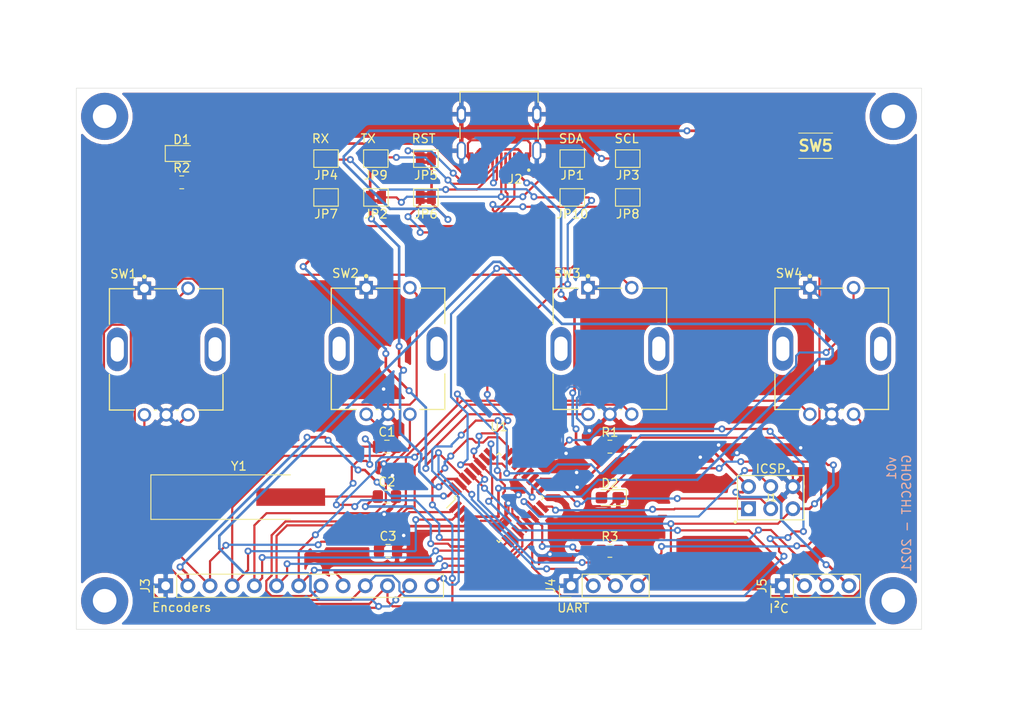
<source format=kicad_pcb>
(kicad_pcb (version 20171130) (host pcbnew "(5.1.10)-1")
  (title_block (title "LightControl Console") (date 2021-08-19) (rev v01) (comment 4 "Author: GHOSCHT"))
  (layers (0 F.Cu signal) (31 B.Cu signal) (34 B.Paste user) (35 F.Paste user) (36 B.SilkS user) (37 F.SilkS user) (38 B.Mask user) (39 F.Mask user) (44 Edge.Cuts user))
  (net 0 "")
  (net 1 "Net-(U1-Pad19)")
  (net 2 "Net-(U1-Pad20)")
  (net 3 "Net-(U1-Pad22)")
  (net 4 GND)
  (net 5 VCC)
  (net 6 XTAL1)
  (net 7 XTAL2)
  (net 8 "Net-(D1-Pad2)")
  (net 9 MOSI)
  (net 10 SCK)
  (net 11 MISO)
  (net 12 RST)
  (net 13 "Net-(J2-PadA6)")
  (net 14 "Net-(J2-PadB7)")
  (net 15 "Net-(J2-PadA5)")
  (net 16 "Net-(J2-PadB8)")
  (net 17 "Net-(J2-PadA7)")
  (net 18 "Net-(J2-PadB6)")
  (net 19 "Net-(J2-PadA8)")
  (net 20 "Net-(J2-PadB5)")
  (net 21 BTN4)
  (net 22 BTN3)
  (net 23 BTN2)
  (net 24 BTN1)
  (net 25 ENC4B)
  (net 26 ENC4A)
  (net 27 ENC3B)
  (net 28 ENC3A)
  (net 29 ENC2B)
  (net 30 ENC2A)
  (net 31 ENC1B)
  (net 32 ENC1A)
  (net 33 TX)
  (net 34 RX)
  (net 35 SDA)
  (net 36 SCL)
  (net 37 "Net-(D2-Pad2)")
  (net 38 LED)
  (net 39 "Net-(U1-Pad3)")
  (net 40 "Net-(U1-Pad6)")
  (module MountingHole:MountingHole_2.7mm_M2.5_Pad (layer F.Cu) (at 101.092 68.0085)
    (fp_text reference PAD1 hide)
    (fp_text value MountingHole_2.7mm_M2.5_Pad)
    (pad 1 thru_hole circle (at 0 0) (size 5.4 5.4) (drill 2.7) (layers *.Cu *.Mask))
  )
  (module MountingHole:MountingHole_2.7mm_M2.5_Pad (layer F.Cu) (at 191.389 68.0085)
    (fp_text reference PAD2 hide)
    (fp_text value MountingHole_2.7mm_M2.5_Pad)
    (pad 1 thru_hole circle (at 0 0) (size 5.4 5.4) (drill 2.7) (layers *.Cu *.Mask))
  )
  (module MountingHole:MountingHole_2.7mm_M2.5_Pad (layer F.Cu) (at 101.092 123.5075)
    (fp_text reference PAD3 hide)
    (fp_text value MountingHole_2.7mm_M2.5_Pad)
    (pad 1 thru_hole circle (at 0 0) (size 5.4 5.4) (drill 2.7) (layers *.Cu *.Mask))
  )
  (module MountingHole:MountingHole_2.7mm_M2.5_Pad (layer F.Cu) (at 191.389 123.5075)
    (fp_text reference PAD4 hide)
    (fp_text value MountingHole_2.7mm_M2.5_Pad)
    (pad 1 thru_hole circle (at 0 0) (size 5.4 5.4) (drill 2.7) (layers *.Cu *.Mask))
  )
  (module AVR-ISP:AVR-ISP (layer F.Cu) (at 177.3555 111.6965)
    (fp_text reference J1 (at 0 0) (layer F.SilkS) (effects (font (size 0.787402 0.787402))))
    (fp_text value AVR-ISP-6)
    (fp_text user ICSP (at 0 -3.302) (layer F.SilkS))
    (pad 6 thru_hole circle (at 2.54 -1.27) (size 1.7 1.7) (drill 1) (layers *.Cu *.Mask) (net 4 GND))
    (pad 5 thru_hole circle (at 2.54 1.27) (size 1.7 1.7) (drill 1) (layers *.Cu *.Mask) (net 12 RST))
    (pad 1 thru_hole rect (at -2.54 1.27) (size 1.7 1.7) (drill 1) (layers *.Cu *.Mask) (net 11 MISO))
    (pad 2 thru_hole circle (at -2.54 -1.27) (size 1.7 1.7) (drill 1) (layers *.Cu *.Mask) (net 5 VCC))
    (pad 3 thru_hole circle (at 0 1.27) (size 1.7 1.7) (drill 1) (layers *.Cu *.Mask) (net 10 SCK))
    (pad 4 thru_hole circle (at 0 -1.27) (size 1.7 1.7) (drill 1) (layers *.Cu *.Mask) (net 9 MOSI))
  )
  (module Crystal:Crystal_SMD_HC49-SD_HandSoldering (layer F.Cu) (at 116.459 111.633)
    (fp_text reference Y1 (at 0 -3.55) (layer F.SilkS))
    (fp_text value 16MHz)
    (pad 2 smd rect (at 5.9375 0) (size 7.875 2) (layers F.Cu F.Paste F.Mask) (net 7 XTAL2))
    (pad 1 smd rect (at -5.9375 0) (size 7.875 2) (layers F.Cu F.Paste F.Mask) (net 6 XTAL1))
  )
  (module Jumper:SolderJumper-2_P1.3mm_Open_Pad1.0x1.5mm (layer F.Cu) (at 154.6352 72.8472 180)
    (fp_text reference JP1 (at 0 -1.905) (layer F.SilkS))
    (fp_text value SolderJumper)
    (pad 1 smd rect (at -0.65 0 180) (size 1 1.5) (layers F.Cu F.Mask) (net 35 SDA))
    (pad 2 smd rect (at 0.65 0 180) (size 1 1.5) (layers F.Cu F.Mask) (net 13 "Net-(J2-PadA6)"))
  )
  (module HRO_TYPE-C-31-M-12:HRO_TYPE-C-31-M-12 (layer F.Cu) (at 146.2532 67.7672 180)
    (fp_text reference J2 (at -1.825 -7.435) (layer F.SilkS))
    (fp_text value TYPE-C-31-M-12)
    (pad A1B12 smd rect (at -3.25 -5.095 180) (size 0.6 1.45) (layers F.Cu F.Paste F.Mask) (net 4 GND))
    (pad A4B9 smd rect (at -2.45 -5.095 180) (size 0.6 1.45) (layers F.Cu F.Paste F.Mask) (net 5 VCC))
    (pad A6 smd rect (at -0.25 -5.095 180) (size 0.3 1.45) (layers F.Cu F.Paste F.Mask) (net 13 "Net-(J2-PadA6)"))
    (pad B7 smd rect (at -0.75 -5.095 180) (size 0.3 1.45) (layers F.Cu F.Paste F.Mask) (net 14 "Net-(J2-PadB7)"))
    (pad A5 smd rect (at -1.25 -5.095 180) (size 0.3 1.45) (layers F.Cu F.Paste F.Mask) (net 15 "Net-(J2-PadA5)"))
    (pad B8 smd rect (at -1.75 -5.095 180) (size 0.3 1.45) (layers F.Cu F.Paste F.Mask) (net 16 "Net-(J2-PadB8)"))
    (pad A7 smd rect (at 0.25 -5.095 180) (size 0.3 1.45) (layers F.Cu F.Paste F.Mask) (net 17 "Net-(J2-PadA7)"))
    (pad B6 smd rect (at 0.75 -5.095 180) (size 0.3 1.45) (layers F.Cu F.Paste F.Mask) (net 18 "Net-(J2-PadB6)"))
    (pad A8 smd rect (at 1.25 -5.095 180) (size 0.3 1.45) (layers F.Cu F.Paste F.Mask) (net 19 "Net-(J2-PadA8)"))
    (pad B5 smd rect (at 1.75 -5.095 180) (size 0.3 1.45) (layers F.Cu F.Paste F.Mask) (net 20 "Net-(J2-PadB5)"))
    (pad B4A9 smd rect (at 2.45 -5.095 180) (size 0.6 1.45) (layers F.Cu F.Paste F.Mask) (net 5 VCC))
    (pad B1A12 smd rect (at 3.25 -5.095 180) (size 0.6 1.45) (layers F.Cu F.Paste F.Mask) (net 4 GND))
    (pad S1 thru_hole oval (at -4.32 -4.18 180) (size 1.05 2.1) (drill oval 0.65 1.75) (layers *.Cu *.Mask) (net 4 GND))
    (pad S2 thru_hole oval (at 4.32 -4.18 180) (size 1.05 2.1) (drill oval 0.65 1.75) (layers *.Cu *.Mask) (net 4 GND))
    (pad S3 thru_hole oval (at -4.32 0 180) (size 1.05 2.1) (drill oval 0.65 1.25) (layers *.Cu *.Mask) (net 4 GND))
    (pad S4 thru_hole oval (at 4.32 0 180) (size 1.05 2.1) (drill oval 0.65 1.25) (layers *.Cu *.Mask) (net 4 GND))
    (pad None np_thru_hole circle (at -2.89 -3.65 180) (size 0.7 0.7) (drill 0.7) (layers *.Cu *.Mask))
    (pad None np_thru_hole circle (at 2.89 -3.65 180) (size 0.7 0.7) (drill 0.7) (layers *.Cu *.Mask))
  )
  (module Capacitor_SMD:C_0805_2012Metric_Pad1.18x1.45mm_HandSolder (layer F.Cu) (at 133.4135 105.8545)
    (fp_text reference C1 (at 0 -1.68) (layer F.SilkS))
    (fp_text value 22p)
    (pad 1 smd roundrect (at -1.0375 0) (size 1.175 1.45) (layers F.Cu F.Paste F.Mask) (roundrect_rratio 0.212766) (net 6 XTAL1))
    (pad 2 smd roundrect (at 1.0375 0) (size 1.175 1.45) (layers F.Cu F.Paste F.Mask) (roundrect_rratio 0.212766) (net 4 GND))
  )
  (module Capacitor_SMD:C_0805_2012Metric_Pad1.18x1.45mm_HandSolder (layer F.Cu) (at 133.4135 111.5695)
    (fp_text reference C2 (at 0 -1.68) (layer F.SilkS))
    (fp_text value 22p)
    (pad 2 smd roundrect (at 1.0375 0) (size 1.175 1.45) (layers F.Cu F.Paste F.Mask) (roundrect_rratio 0.212766) (net 4 GND))
    (pad 1 smd roundrect (at -1.0375 0) (size 1.175 1.45) (layers F.Cu F.Paste F.Mask) (roundrect_rratio 0.212766) (net 7 XTAL2))
  )
  (module Capacitor_SMD:C_0805_2012Metric_Pad1.18x1.45mm_HandSolder (layer F.Cu) (at 133.5405 117.7925)
    (fp_text reference C3 (at 0 -1.68) (layer F.SilkS))
    (fp_text value 100n)
    (pad 1 smd roundrect (at -1.0375 0) (size 1.175 1.45) (layers F.Cu F.Paste F.Mask) (roundrect_rratio 0.212766) (net 5 VCC))
    (pad 2 smd roundrect (at 1.0375 0) (size 1.175 1.45) (layers F.Cu F.Paste F.Mask) (roundrect_rratio 0.212766) (net 4 GND))
  )
  (module Jumper:SolderJumper-2_P1.3mm_Open_Pad1.0x1.5mm (layer F.Cu) (at 160.9852 72.8472 180)
    (fp_text reference JP3 (at 0 -1.905) (layer F.SilkS))
    (fp_text value SolderJumper)
    (pad 2 smd rect (at 0.65 0 180) (size 1 1.5) (layers F.Cu F.Mask) (net 17 "Net-(J2-PadA7)"))
    (pad 1 smd rect (at -0.65 0 180) (size 1 1.5) (layers F.Cu F.Mask) (net 36 SCL))
  )
  (module Jumper:SolderJumper-2_P1.3mm_Open_Pad1.0x1.5mm (layer F.Cu) (at 160.9852 77.2922)
    (fp_text reference JP8 (at 0 1.905) (layer F.SilkS))
    (fp_text value SolderJumper)
    (pad 2 smd rect (at 0.65 0) (size 1 1.5) (layers F.Cu F.Mask) (net 36 SCL))
    (pad 1 smd rect (at -0.65 0) (size 1 1.5) (layers F.Cu F.Mask) (net 14 "Net-(J2-PadB7)"))
  )
  (module Jumper:SolderJumper-2_P1.3mm_Open_Pad1.0x1.5mm (layer F.Cu) (at 154.6352 77.2922)
    (fp_text reference JP10 (at 0 1.905) (layer F.SilkS))
    (fp_text value SolderJumper)
    (pad 2 smd rect (at 0.65 0) (size 1 1.5) (layers F.Cu F.Mask) (net 35 SDA))
    (pad 1 smd rect (at -0.65 0) (size 1 1.5) (layers F.Cu F.Mask) (net 18 "Net-(J2-PadB6)"))
  )
  (module Resistor_SMD:R_0805_2012Metric_Pad1.20x1.40mm_HandSolder (layer F.Cu) (at 158.9405 105.8545)
    (fp_text reference R1 (at 0 -1.65) (layer F.SilkS))
    (fp_text value 10k)
    (pad 1 smd roundrect (at -1 0) (size 1.2 1.4) (layers F.Cu F.Paste F.Mask) (roundrect_rratio 0.208333) (net 12 RST))
    (pad 2 smd roundrect (at 1 0) (size 1.2 1.4) (layers F.Cu F.Paste F.Mask) (roundrect_rratio 0.208333) (net 5 VCC))
  )
  (module LED_SMD:LED_0805_2012Metric_Castellated (layer F.Cu) (at 109.9185 72.263)
    (fp_text reference D1 (at 0 -1.6) (layer F.SilkS))
    (fp_text value 17-21/BHC-XL2M2TY/3T)
    (pad 1 smd roundrect (at -0.9625 0) (size 1.325 1.3) (layers F.Cu F.Paste F.Mask) (roundrect_rratio 0.192308) (net 4 GND))
    (pad 2 smd roundrect (at 0.9625 0) (size 1.325 1.3) (layers F.Cu F.Paste F.Mask) (roundrect_rratio 0.192308) (net 8 "Net-(D1-Pad2)"))
  )
  (module Resistor_SMD:R_0805_2012Metric_Pad1.20x1.40mm_HandSolder (layer F.Cu) (at 109.9185 75.565)
    (fp_text reference R2 (at 0 -1.65) (layer F.SilkS))
    (fp_text value 200)
    (pad 1 smd roundrect (at -1 0) (size 1.2 1.4) (layers F.Cu F.Paste F.Mask) (roundrect_rratio 0.208333) (net 8 "Net-(D1-Pad2)"))
    (pad 2 smd roundrect (at 1 0) (size 1.2 1.4) (layers F.Cu F.Paste F.Mask) (roundrect_rratio 0.208333) (net 5 VCC))
  )
  (module Jumper:SolderJumper-2_P1.3mm_Bridged2Bar_Pad1.0x1.5mm (layer F.Cu) (at 132.1562 77.2922)
    (fp_text reference JP2 (at 0 1.905) (layer F.SilkS))
    (fp_text value SolderJumper_Bridged)
    (fp_poly (pts (xy -0.25 0.2) (xy 0.25 0.2) (xy 0.25 0.6) (xy -0.25 0.6)) (layer F.Cu) (width 0))
    (fp_poly (pts (xy -0.25 -0.6) (xy 0.25 -0.6) (xy 0.25 -0.2) (xy -0.25 -0.2)) (layer F.Cu) (width 0))
    (pad 2 smd rect (at 0.65 0) (size 1 1.5) (layers F.Cu F.Mask) (net 13 "Net-(J2-PadA6)"))
    (pad 1 smd rect (at -0.65 0) (size 1 1.5) (layers F.Cu F.Mask) (net 33 TX))
  )
  (module Jumper:SolderJumper-2_P1.3mm_Bridged2Bar_Pad1.0x1.5mm (layer F.Cu) (at 126.4412 72.8472)
    (fp_text reference JP4 (at 0 1.905) (layer F.SilkS))
    (fp_text value SolderJumper_Bridged)
    (fp_poly (pts (xy -0.25 -0.6) (xy 0.25 -0.6) (xy 0.25 -0.2) (xy -0.25 -0.2)) (layer F.Cu) (width 0))
    (fp_poly (pts (xy -0.25 0.2) (xy 0.25 0.2) (xy 0.25 0.6) (xy -0.25 0.6)) (layer F.Cu) (width 0))
    (pad 1 smd rect (at -0.65 0) (size 1 1.5) (layers F.Cu F.Mask) (net 34 RX))
    (pad 2 smd rect (at 0.65 0) (size 1 1.5) (layers F.Cu F.Mask) (net 17 "Net-(J2-PadA7)"))
  )
  (module Jumper:SolderJumper-2_P1.3mm_Bridged2Bar_Pad1.0x1.5mm (layer F.Cu) (at 137.8712 72.8472 180)
    (fp_text reference JP5 (at 0 -1.905) (layer F.SilkS))
    (fp_text value SolderJumper_Bridged)
    (fp_poly (pts (xy -0.25 0.2) (xy 0.25 0.2) (xy 0.25 0.6) (xy -0.25 0.6)) (layer F.Cu) (width 0))
    (fp_poly (pts (xy -0.25 -0.6) (xy 0.25 -0.6) (xy 0.25 -0.2) (xy -0.25 -0.2)) (layer F.Cu) (width 0))
    (pad 2 smd rect (at 0.65 0 180) (size 1 1.5) (layers F.Cu F.Mask) (net 19 "Net-(J2-PadA8)"))
    (pad 1 smd rect (at -0.65 0 180) (size 1 1.5) (layers F.Cu F.Mask) (net 12 RST))
  )
  (module Jumper:SolderJumper-2_P1.3mm_Bridged2Bar_Pad1.0x1.5mm (layer F.Cu) (at 137.8712 77.2922)
    (fp_text reference JP6 (at 0 1.905) (layer F.SilkS))
    (fp_text value SolderJumper_Bridged)
    (fp_poly (pts (xy -0.25 -0.6) (xy 0.25 -0.6) (xy 0.25 -0.2) (xy -0.25 -0.2)) (layer F.Cu) (width 0))
    (fp_poly (pts (xy -0.25 0.2) (xy 0.25 0.2) (xy 0.25 0.6) (xy -0.25 0.6)) (layer F.Cu) (width 0))
    (pad 1 smd rect (at -0.65 0) (size 1 1.5) (layers F.Cu F.Mask) (net 16 "Net-(J2-PadB8)"))
    (pad 2 smd rect (at 0.65 0) (size 1 1.5) (layers F.Cu F.Mask) (net 12 RST))
  )
  (module Jumper:SolderJumper-2_P1.3mm_Bridged2Bar_Pad1.0x1.5mm (layer F.Cu) (at 126.4412 77.2922 180)
    (fp_text reference JP7 (at 0 -1.905) (layer F.SilkS))
    (fp_text value SolderJumper_Bridged)
    (fp_poly (pts (xy -0.25 -0.6) (xy 0.25 -0.6) (xy 0.25 -0.2) (xy -0.25 -0.2)) (layer F.Cu) (width 0))
    (fp_poly (pts (xy -0.25 0.2) (xy 0.25 0.2) (xy 0.25 0.6) (xy -0.25 0.6)) (layer F.Cu) (width 0))
    (pad 1 smd rect (at -0.65 0 180) (size 1 1.5) (layers F.Cu F.Mask) (net 14 "Net-(J2-PadB7)"))
    (pad 2 smd rect (at 0.65 0 180) (size 1 1.5) (layers F.Cu F.Mask) (net 34 RX))
  )
  (module Jumper:SolderJumper-2_P1.3mm_Bridged2Bar_Pad1.0x1.5mm (layer F.Cu) (at 132.1412 72.8472 180)
    (fp_text reference JP9 (at 0 -1.905) (layer F.SilkS))
    (fp_text value SolderJumper_Bridged)
    (fp_poly (pts (xy -0.25 0.2) (xy 0.25 0.2) (xy 0.25 0.6) (xy -0.25 0.6)) (layer F.Cu) (width 0))
    (fp_poly (pts (xy -0.25 -0.6) (xy 0.25 -0.6) (xy 0.25 -0.2) (xy -0.25 -0.2)) (layer F.Cu) (width 0))
    (pad 2 smd rect (at 0.65 0 180) (size 1 1.5) (layers F.Cu F.Mask) (net 33 TX))
    (pad 1 smd rect (at -0.65 0 180) (size 1 1.5) (layers F.Cu F.Mask) (net 18 "Net-(J2-PadB6)"))
  )
  (module SKRKAEE020:SKRKAEE020 (layer F.Cu) (at 182.499 71.374)
    (fp_text reference SW5 (at 0 0) (layer F.SilkS) (effects (font (size 1.27 1.27) (thickness 0.254))))
    (fp_text value SW_Push hide)
    (pad 1 smd rect (at -2.1 0) (size 0.8 2) (layers F.Cu F.Paste F.Mask) (net 12 RST))
    (pad 2 smd rect (at 2.1 0) (size 0.8 2) (layers F.Cu F.Paste F.Mask) (net 4 GND))
  )
  (module LED_SMD:LED_0805_2012Metric_Castellated (layer F.Cu) (at 158.9405 111.6965 180)
    (fp_text reference D2 (at 0 1.651) (layer F.SilkS))
    (fp_text value 17-21/BHC-XL2M2TY/3T)
    (pad 1 smd roundrect (at -0.9625 0 180) (size 1.325 1.3) (layers F.Cu F.Paste F.Mask) (roundrect_rratio 0.192308) (net 4 GND))
    (pad 2 smd roundrect (at 0.9625 0 180) (size 1.325 1.3) (layers F.Cu F.Paste F.Mask) (roundrect_rratio 0.192308) (net 37 "Net-(D2-Pad2)"))
  )
  (module Resistor_SMD:R_0805_2012Metric_Pad1.20x1.40mm_HandSolder (layer F.Cu) (at 158.9405 117.7925 180)
    (fp_text reference R3 (at 0 1.651) (layer F.SilkS))
    (fp_text value 200)
    (pad 1 smd roundrect (at -1 0 180) (size 1.2 1.4) (layers F.Cu F.Paste F.Mask) (roundrect_rratio 0.208333) (net 37 "Net-(D2-Pad2)"))
    (pad 2 smd roundrect (at 1 0 180) (size 1.2 1.4) (layers F.Cu F.Paste F.Mask) (roundrect_rratio 0.208333) (net 38 LED))
  )
  (module Package_QFP:TQFP-32_7x7mm_P0.8mm (layer F.Cu) (at 146.2405 111.6965 45)
    (fp_text reference U1 (at 5.747364 -5.747364 180) (layer F.SilkS))
    (fp_text value ATmega328PB-AU)
    (pad 1 smd rect (at -4.25 -2.8 45) (size 1.6 0.55) (layers F.Cu F.Paste F.Mask) (net 31 ENC1B))
    (pad 2 smd rect (at -4.25 -2 45) (size 1.6 0.55) (layers F.Cu F.Paste F.Mask) (net 30 ENC2A))
    (pad 3 smd rect (at -4.25 -1.2 45) (size 1.6 0.55) (layers F.Cu F.Paste F.Mask) (net 39 "Net-(U1-Pad3)"))
    (pad 4 smd rect (at -4.25 -0.4 45) (size 1.6 0.55) (layers F.Cu F.Paste F.Mask) (net 5 VCC))
    (pad 5 smd rect (at -4.25 0.4 45) (size 1.6 0.55) (layers F.Cu F.Paste F.Mask) (net 4 GND))
    (pad 6 smd rect (at -4.25 1.2 45) (size 1.6 0.55) (layers F.Cu F.Paste F.Mask) (net 40 "Net-(U1-Pad6)"))
    (pad 7 smd rect (at -4.25 2 45) (size 1.6 0.55) (layers F.Cu F.Paste F.Mask) (net 6 XTAL1))
    (pad 8 smd rect (at -4.25 2.8 45) (size 1.6 0.55) (layers F.Cu F.Paste F.Mask) (net 7 XTAL2))
    (pad 9 smd rect (at -2.8 4.25 135) (size 1.6 0.55) (layers F.Cu F.Paste F.Mask) (net 29 ENC2B))
    (pad 10 smd rect (at -2 4.25 135) (size 1.6 0.55) (layers F.Cu F.Paste F.Mask) (net 28 ENC3A))
    (pad 11 smd rect (at -1.2 4.25 135) (size 1.6 0.55) (layers F.Cu F.Paste F.Mask) (net 27 ENC3B))
    (pad 12 smd rect (at -0.4 4.25 135) (size 1.6 0.55) (layers F.Cu F.Paste F.Mask) (net 26 ENC4A))
    (pad 13 smd rect (at 0.4 4.25 135) (size 1.6 0.55) (layers F.Cu F.Paste F.Mask) (net 25 ENC4B))
    (pad 14 smd rect (at 1.2 4.25 135) (size 1.6 0.55) (layers F.Cu F.Paste F.Mask) (net 38 LED))
    (pad 15 smd rect (at 2 4.25 135) (size 1.6 0.55) (layers F.Cu F.Paste F.Mask) (net 9 MOSI))
    (pad 16 smd rect (at 2.8 4.25 135) (size 1.6 0.55) (layers F.Cu F.Paste F.Mask) (net 11 MISO))
    (pad 17 smd rect (at 4.25 2.8 45) (size 1.6 0.55) (layers F.Cu F.Paste F.Mask) (net 10 SCK))
    (pad 18 smd rect (at 4.25 2 45) (size 1.6 0.55) (layers F.Cu F.Paste F.Mask) (net 5 VCC))
    (pad 19 smd rect (at 4.25 1.2 45) (size 1.6 0.55) (layers F.Cu F.Paste F.Mask) (net 1 "Net-(U1-Pad19)"))
    (pad 20 smd rect (at 4.25 0.4 45) (size 1.6 0.55) (layers F.Cu F.Paste F.Mask) (net 2 "Net-(U1-Pad20)"))
    (pad 21 smd rect (at 4.25 -0.4 45) (size 1.6 0.55) (layers F.Cu F.Paste F.Mask) (net 4 GND))
    (pad 22 smd rect (at 4.25 -1.2 45) (size 1.6 0.55) (layers F.Cu F.Paste F.Mask) (net 3 "Net-(U1-Pad22)"))
    (pad 23 smd rect (at 4.25 -2 45) (size 1.6 0.55) (layers F.Cu F.Paste F.Mask) (net 24 BTN1))
    (pad 24 smd rect (at 4.25 -2.8 45) (size 1.6 0.55) (layers F.Cu F.Paste F.Mask) (net 23 BTN2))
    (pad 25 smd rect (at 2.8 -4.25 135) (size 1.6 0.55) (layers F.Cu F.Paste F.Mask) (net 22 BTN3))
    (pad 26 smd rect (at 2 -4.25 135) (size 1.6 0.55) (layers F.Cu F.Paste F.Mask) (net 21 BTN4))
    (pad 27 smd rect (at 1.2 -4.25 135) (size 1.6 0.55) (layers F.Cu F.Paste F.Mask) (net 35 SDA))
    (pad 28 smd rect (at 0.4 -4.25 135) (size 1.6 0.55) (layers F.Cu F.Paste F.Mask) (net 36 SCL))
    (pad 29 smd rect (at -0.4 -4.25 135) (size 1.6 0.55) (layers F.Cu F.Paste F.Mask) (net 12 RST))
    (pad 30 smd rect (at -1.2 -4.25 135) (size 1.6 0.55) (layers F.Cu F.Paste F.Mask) (net 34 RX))
    (pad 31 smd rect (at -2 -4.25 135) (size 1.6 0.55) (layers F.Cu F.Paste F.Mask) (net 33 TX))
    (pad 32 smd rect (at -2.8 -4.25 135) (size 1.6 0.55) (layers F.Cu F.Paste F.Mask) (net 32 ENC1A))
  )
  (module Connector_PinHeader_2.54mm:PinHeader_1x13_P2.54mm_Vertical (layer F.Cu) (at 108.077 121.793 90)
    (fp_text reference J3 (at 0 -2.33 90) (layer F.SilkS))
    (fp_text value Conn_01x13)
    (pad 1 thru_hole rect (at 0 0 90) (size 1.7 1.7) (drill 1) (layers *.Cu *.Mask) (net 4 GND))
    (pad 2 thru_hole oval (at 0 2.54 90) (size 1.7 1.7) (drill 1) (layers *.Cu *.Mask) (net 32 ENC1A))
    (pad 3 thru_hole oval (at 0 5.08 90) (size 1.7 1.7) (drill 1) (layers *.Cu *.Mask) (net 31 ENC1B))
    (pad 4 thru_hole oval (at 0 7.62 90) (size 1.7 1.7) (drill 1) (layers *.Cu *.Mask) (net 30 ENC2A))
    (pad 5 thru_hole oval (at 0 10.16 90) (size 1.7 1.7) (drill 1) (layers *.Cu *.Mask) (net 29 ENC2B))
    (pad 6 thru_hole oval (at 0 12.7 90) (size 1.7 1.7) (drill 1) (layers *.Cu *.Mask) (net 28 ENC3A))
    (pad 7 thru_hole oval (at 0 15.24 90) (size 1.7 1.7) (drill 1) (layers *.Cu *.Mask) (net 27 ENC3B))
    (pad 8 thru_hole oval (at 0 17.78 90) (size 1.7 1.7) (drill 1) (layers *.Cu *.Mask) (net 26 ENC4A))
    (pad 9 thru_hole oval (at 0 20.32 90) (size 1.7 1.7) (drill 1) (layers *.Cu *.Mask) (net 25 ENC4B))
    (pad 10 thru_hole oval (at 0 22.86 90) (size 1.7 1.7) (drill 1) (layers *.Cu *.Mask) (net 24 BTN1))
    (pad 11 thru_hole oval (at 0 25.4 90) (size 1.7 1.7) (drill 1) (layers *.Cu *.Mask) (net 23 BTN2))
    (pad 12 thru_hole oval (at 0 27.94 90) (size 1.7 1.7) (drill 1) (layers *.Cu *.Mask) (net 22 BTN3))
    (pad 13 thru_hole oval (at 0 30.48 90) (size 1.7 1.7) (drill 1) (layers *.Cu *.Mask) (net 21 BTN4))
  )
  (module Connector_PinHeader_2.54mm:PinHeader_1x04_P2.54mm_Vertical (layer F.Cu) (at 154.4955 121.793 90)
    (fp_text reference J4 (at 0 -2.33 90) (layer F.SilkS))
    (fp_text value Conn_01x04)
    (pad 1 thru_hole rect (at 0 0 90) (size 1.7 1.7) (drill 1) (layers *.Cu *.Mask) (net 4 GND))
    (pad 2 thru_hole oval (at 0 2.54 90) (size 1.7 1.7) (drill 1) (layers *.Cu *.Mask) (net 34 RX))
    (pad 3 thru_hole oval (at 0 5.08 90) (size 1.7 1.7) (drill 1) (layers *.Cu *.Mask) (net 33 TX))
    (pad 4 thru_hole oval (at 0 7.62 90) (size 1.7 1.7) (drill 1) (layers *.Cu *.Mask) (net 12 RST))
  )
  (module Connector_PinHeader_2.54mm:PinHeader_1x04_P2.54mm_Vertical (layer F.Cu) (at 178.689 121.793 90)
    (fp_text reference J5 (at 0 -2.33 90) (layer F.SilkS))
    (fp_text value Conn_01x04)
    (pad 1 thru_hole rect (at 0 0 90) (size 1.7 1.7) (drill 1) (layers *.Cu *.Mask) (net 4 GND))
    (pad 2 thru_hole oval (at 0 2.54 90) (size 1.7 1.7) (drill 1) (layers *.Cu *.Mask) (net 35 SDA))
    (pad 3 thru_hole oval (at 0 5.08 90) (size 1.7 1.7) (drill 1) (layers *.Cu *.Mask) (net 36 SCL))
    (pad 4 thru_hole oval (at 0 7.62 90) (size 1.7 1.7) (drill 1) (layers *.Cu *.Mask) (net 5 VCC))
  )
  (module Bourns-PEC11R-4220F-S0012:Bourns-PEC11R-4220F-S0012-MFG (layer F.Cu) (at 108.1405 94.7039)
    (fp_text reference SW1 (at -6.5 -8.65) (layer F.SilkS) (effects (justify left)))
    (fp_text value PEC11R-4220F-S0012)
    (pad S1 thru_hole rect (at -2.5 -7) (size 1.55 1.55) (drill 1) (layers *.Cu *.Mask) (net 4 GND))
    (pad S2 thru_hole circle (at 2.5 -7) (size 1.55 1.55) (drill 1) (layers *.Cu *.Mask) (net 24 BTN1))
    (pad A thru_hole circle (at -2.5 7.5) (size 1.55 1.55) (drill 1) (layers *.Cu *.Mask) (net 32 ENC1A))
    (pad C thru_hole circle (at 0 7.5) (size 1.55 1.55) (drill 1) (layers *.Cu *.Mask) (net 4 GND))
    (pad B thru_hole circle (at 2.5 7.5) (size 1.55 1.55) (drill 1) (layers *.Cu *.Mask) (net 31 ENC1B))
    (pad 3 thru_hole roundrect (at -5.6 0) (size 2.4 5) (drill oval 1.5 2.8) (layers *.Cu *.Mask) (roundrect_rratio 0.5))
    (pad 4 thru_hole roundrect (at 5.6 0) (size 2.4 5) (drill oval 1.5 2.8) (layers *.Cu *.Mask) (roundrect_rratio 0.5))
  )
  (module Bourns-PEC11R-4220F-S0012:Bourns-PEC11R-4220F-S0012-MFG (layer F.Cu) (at 133.5405 94.6404)
    (fp_text reference SW2 (at -6.5 -8.65) (layer F.SilkS) (effects (justify left)))
    (fp_text value PEC11R-4220F-S0012)
    (pad 4 thru_hole roundrect (at 5.6 0) (size 2.4 5) (drill oval 1.5 2.8) (layers *.Cu *.Mask) (roundrect_rratio 0.5))
    (pad 3 thru_hole roundrect (at -5.6 0) (size 2.4 5) (drill oval 1.5 2.8) (layers *.Cu *.Mask) (roundrect_rratio 0.5))
    (pad B thru_hole circle (at 2.5 7.5) (size 1.55 1.55) (drill 1) (layers *.Cu *.Mask) (net 29 ENC2B))
    (pad C thru_hole circle (at 0 7.5) (size 1.55 1.55) (drill 1) (layers *.Cu *.Mask) (net 4 GND))
    (pad A thru_hole circle (at -2.5 7.5) (size 1.55 1.55) (drill 1) (layers *.Cu *.Mask) (net 30 ENC2A))
    (pad S2 thru_hole circle (at 2.5 -7) (size 1.55 1.55) (drill 1) (layers *.Cu *.Mask) (net 23 BTN2))
    (pad S1 thru_hole rect (at -2.5 -7) (size 1.55 1.55) (drill 1) (layers *.Cu *.Mask) (net 4 GND))
  )
  (module Bourns-PEC11R-4220F-S0012:Bourns-PEC11R-4220F-S0012-MFG (layer F.Cu) (at 158.9405 94.6404)
    (fp_text reference SW3 (at -6.5 -8.65) (layer F.SilkS) (effects (justify left)))
    (fp_text value PEC11R-4220F-S0012)
    (pad S1 thru_hole rect (at -2.5 -7) (size 1.55 1.55) (drill 1) (layers *.Cu *.Mask) (net 4 GND))
    (pad S2 thru_hole circle (at 2.5 -7) (size 1.55 1.55) (drill 1) (layers *.Cu *.Mask) (net 22 BTN3))
    (pad A thru_hole circle (at -2.5 7.5) (size 1.55 1.55) (drill 1) (layers *.Cu *.Mask) (net 28 ENC3A))
    (pad C thru_hole circle (at 0 7.5) (size 1.55 1.55) (drill 1) (layers *.Cu *.Mask) (net 4 GND))
    (pad B thru_hole circle (at 2.5 7.5) (size 1.55 1.55) (drill 1) (layers *.Cu *.Mask) (net 27 ENC3B))
    (pad 3 thru_hole roundrect (at -5.6 0) (size 2.4 5) (drill oval 1.5 2.8) (layers *.Cu *.Mask) (roundrect_rratio 0.5))
    (pad 4 thru_hole roundrect (at 5.6 0) (size 2.4 5) (drill oval 1.5 2.8) (layers *.Cu *.Mask) (roundrect_rratio 0.5))
  )
  (module Bourns-PEC11R-4220F-S0012:Bourns-PEC11R-4220F-S0012-MFG (layer F.Cu) (at 184.3405 94.6404)
    (fp_text reference SW4 (at -6.5 -8.65) (layer F.SilkS) (effects (justify left)))
    (fp_text value PEC11R-4220F-S0012)
    (pad 4 thru_hole roundrect (at 5.6 0) (size 2.4 5) (drill oval 1.5 2.8) (layers *.Cu *.Mask) (roundrect_rratio 0.5))
    (pad 3 thru_hole roundrect (at -5.6 0) (size 2.4 5) (drill oval 1.5 2.8) (layers *.Cu *.Mask) (roundrect_rratio 0.5))
    (pad B thru_hole circle (at 2.5 7.5) (size 1.55 1.55) (drill 1) (layers *.Cu *.Mask) (net 25 ENC4B))
    (pad C thru_hole circle (at 0 7.5) (size 1.55 1.55) (drill 1) (layers *.Cu *.Mask) (net 4 GND))
    (pad A thru_hole circle (at -2.5 7.5) (size 1.55 1.55) (drill 1) (layers *.Cu *.Mask) (net 26 ENC4A))
    (pad S2 thru_hole circle (at 2.5 -7) (size 1.55 1.55) (drill 1) (layers *.Cu *.Mask) (net 21 BTN4))
    (pad S1 thru_hole rect (at -2.5 -7) (size 1.55 1.55) (drill 1) (layers *.Cu *.Mask) (net 4 GND))
  )
  (gr_text Encoders (at 109.9185 124.2695) (layer F.SilkS) (effects (font (size 1 1))))
  (gr_text UART (at 154.7495 124.333) (layer F.SilkS) (effects (font (size 1 1))))
  (gr_text I²C (at 178.308 124.3965) (layer F.SilkS) (effects (font (size 1 1))))
  (gr_text "GHOSCHT - 2021" (at 192.913 113.4745 90) (layer B.SilkS) (effects (font (size 1 1)) (justify mirror)))
  (gr_text v01 (at 191.1985 108.331 90) (layer B.SilkS) (effects (font (size 1 1)) (justify mirror)))
  (gr_line (start 194.6275 64.77) (end 194.6275 126.7775) (layer Edge.Cuts) (width 0.05))
  (gr_line (start 97.8535 64.77) (end 97.8535 126.7775) (layer Edge.Cuts) (width 0.05))
  (gr_line (start 194.6275 64.77) (end 97.8535 64.77) (layer Edge.Cuts) (width 0.05))
  (gr_line (start 97.8535 126.7775) (end 194.6275 126.7775) (layer Edge.Cuts) (width 0.05))
  (gr_text RST (at 137.6172 70.5612) (layer F.SilkS) (effects (font (size 1 1))))
  (gr_text TX (at 131.2672 70.5612) (layer F.SilkS) (effects (font (size 1 1))))
  (gr_text RX (at 125.8062 70.5612) (layer F.SilkS) (effects (font (size 1 1))))
  (gr_text SCL (at 160.8582 70.5612) (layer F.SilkS) (effects (font (size 1 1))))
  (gr_text SDA (at 154.5082 70.5612) (layer F.SilkS) (effects (font (size 1 1))))
  (segment (start 149.818201 71.093199) (end 149.818201 72.547199) (width 0.25) (layer F.Cu) (net 4))
  (segment (start 149.467201 70.742199) (end 149.818201 71.093199) (width 0.25) (layer F.Cu) (net 4))
  (segment (start 143.039199 70.742199) (end 149.467201 70.742199) (width 0.25) (layer F.Cu) (net 4))
  (segment (start 142.688199 71.093199) (end 143.039199 70.742199) (width 0.25) (layer F.Cu) (net 4))
  (segment (start 142.688199 72.327799) (end 142.688199 71.093199) (width 0.25) (layer F.Cu) (net 4))
  (segment (start 143.0032 72.6428) (end 142.688199 72.327799) (width 0.25) (layer F.Cu) (net 4))
  (segment (start 149.818201 72.547199) (end 149.5032 72.8622) (width 0.25) (layer F.Cu) (net 4))
  (segment (start 143.0032 72.8622) (end 143.0032 72.6428) (width 0.25) (layer F.Cu) (net 4))
  (segment (start 143.518139 114.984547) (end 142.985687 115.516999) (width 0.25) (layer F.Cu) (net 4))
  (segment (start 136.866489 115.504011) (end 134.578 117.7925) (width 0.25) (layer F.Cu) (net 4))
  (segment (start 142.998675 115.504011) (end 136.866489 115.504011) (width 0.25) (layer F.Cu) (net 4))
  (segment (start 143.518139 114.984547) (end 142.998675 115.504011) (width 0.25) (layer F.Cu) (net 4))
  (via (at 135.330081 116.026081) (size 0.8) (drill 0.4) (layers F.Cu B.Cu) (net 4))
  (segment (start 134.578 116.778162) (end 135.330081 116.026081) (width 0.25) (layer F.Cu) (net 4))
  (segment (start 134.578 117.7925) (end 134.578 116.778162) (width 0.25) (layer F.Cu) (net 4))
  (via (at 133.096 113.6015) (size 0.8) (drill 0.4) (layers F.Cu B.Cu) (net 4))
  (segment (start 133.096 113.792) (end 133.096 113.6015) (width 0.25) (layer B.Cu) (net 4))
  (segment (start 135.330081 116.026081) (end 133.096 113.792) (width 0.25) (layer B.Cu) (net 4))
  (segment (start 134.451 112.2465) (end 134.451 111.5695) (width 0.25) (layer F.Cu) (net 4))
  (segment (start 133.096 113.6015) (end 134.451 112.2465) (width 0.25) (layer F.Cu) (net 4))
  (segment (start 134.451 109.559) (end 134.0485 109.1565) (width 0.25) (layer F.Cu) (net 4))
  (via (at 134.0485 109.1565) (size 0.8) (drill 0.4) (layers F.Cu B.Cu) (net 4))
  (segment (start 134.451 111.5695) (end 134.451 109.559) (width 0.25) (layer F.Cu) (net 4))
  (via (at 133.053342 107.811464) (size 0.8) (drill 0.4) (layers F.Cu B.Cu) (net 4))
  (segment (start 134.0485 108.806622) (end 133.053342 107.811464) (width 0.25) (layer B.Cu) (net 4))
  (segment (start 134.0485 109.1565) (end 134.0485 108.806622) (width 0.25) (layer B.Cu) (net 4))
  (segment (start 134.451 106.413806) (end 134.451 105.8545) (width 0.25) (layer F.Cu) (net 4))
  (segment (start 133.053342 107.811464) (end 134.451 106.413806) (width 0.25) (layer F.Cu) (net 4))
  (via (at 179.324 108.6485) (size 0.8) (drill 0.4) (layers F.Cu B.Cu) (net 4))
  (segment (start 179.8955 109.22) (end 179.324 108.6485) (width 0.25) (layer F.Cu) (net 4))
  (segment (start 179.8955 110.4265) (end 179.8955 109.22) (width 0.25) (layer F.Cu) (net 4))
  (via (at 173.482 106.553) (size 0.8) (drill 0.4) (layers F.Cu B.Cu) (net 4))
  (segment (start 177.2285 106.553) (end 173.482 106.553) (width 0.25) (layer B.Cu) (net 4))
  (segment (start 179.324 108.6485) (end 177.2285 106.553) (width 0.25) (layer B.Cu) (net 4))
  (via (at 169.291 107.061) (size 0.8) (drill 0.4) (layers F.Cu B.Cu) (net 4))
  (segment (start 160.98781 107.061) (end 169.291 107.061) (width 0.25) (layer F.Cu) (net 4))
  (via (at 171.3865 105.664) (size 0.8) (drill 0.4) (layers F.Cu B.Cu) (net 4))
  (segment (start 169.9895 107.061) (end 171.3865 105.664) (width 0.25) (layer B.Cu) (net 4))
  (segment (start 169.291 107.061) (end 169.9895 107.061) (width 0.25) (layer B.Cu) (net 4))
  (segment (start 172.593 105.664) (end 173.482 106.553) (width 0.25) (layer F.Cu) (net 4))
  (segment (start 171.3865 105.664) (end 172.593 105.664) (width 0.25) (layer F.Cu) (net 4))
  (segment (start 142.8482 72.8622) (end 141.9332 71.9472) (width 0.25) (layer F.Cu) (net 4))
  (segment (start 143.0032 72.8622) (end 142.8482 72.8622) (width 0.25) (layer F.Cu) (net 4))
  (segment (start 134.451 103.0509) (end 134.451 105.8545) (width 0.25) (layer F.Cu) (net 4))
  (segment (start 133.5405 102.1404) (end 134.451 103.0509) (width 0.25) (layer F.Cu) (net 4))
  (via (at 133.0325 99.2505) (size 0.8) (drill 0.4) (layers F.Cu B.Cu) (net 4))
  (segment (start 133.5405 99.7585) (end 133.0325 99.2505) (width 0.25) (layer B.Cu) (net 4))
  (segment (start 133.5405 102.1404) (end 133.5405 99.7585) (width 0.25) (layer B.Cu) (net 4))
  (segment (start 131.0405 97.2585) (end 131.0405 87.6404) (width 0.25) (layer F.Cu) (net 4))
  (segment (start 133.0325 99.2505) (end 131.0405 97.2585) (width 0.25) (layer F.Cu) (net 4))
  (via (at 180.7845 105.9815) (size 0.8) (drill 0.4) (layers F.Cu B.Cu) (net 4))
  (segment (start 174.0535 105.9815) (end 173.482 106.553) (width 0.25) (layer F.Cu) (net 4))
  (segment (start 180.7845 105.9815) (end 174.0535 105.9815) (width 0.25) (layer F.Cu) (net 4))
  (segment (start 180.7845 105.6964) (end 180.7845 105.9815) (width 0.25) (layer B.Cu) (net 4))
  (segment (start 184.3405 102.1404) (end 180.7845 105.6964) (width 0.25) (layer B.Cu) (net 4))
  (segment (start 154.208444 107.888989) (end 155.1305 108.811045) (width 0.25) (layer F.Cu) (net 4))
  (via (at 155.1305 108.811045) (size 0.8) (drill 0.4) (layers F.Cu B.Cu) (net 4))
  (segment (start 148.962861 108.408453) (end 149.482325 107.888989) (width 0.25) (layer F.Cu) (net 4))
  (via (at 155.194 110.49) (size 0.8) (drill 0.4) (layers F.Cu B.Cu) (net 4))
  (segment (start 155.1305 110.4265) (end 155.194 110.49) (width 0.25) (layer B.Cu) (net 4))
  (segment (start 155.1305 108.811045) (end 155.1305 110.4265) (width 0.25) (layer B.Cu) (net 4))
  (segment (start 157.55881 110.49) (end 155.194 110.49) (width 0.25) (layer F.Cu) (net 4))
  (segment (start 160.98781 107.061) (end 157.55881 110.49) (width 0.25) (layer F.Cu) (net 4))
  (segment (start 185.115499 90.915399) (end 181.8405 87.6404) (width 0.25) (layer B.Cu) (net 4))
  (segment (start 185.115499 101.365401) (end 185.115499 90.915399) (width 0.25) (layer B.Cu) (net 4))
  (segment (start 184.3405 102.1404) (end 185.115499 101.365401) (width 0.25) (layer B.Cu) (net 4))
  (via (at 147.324653 112.326847) (size 0.8) (drill 0.4) (layers F.Cu B.Cu) (net 4))
  (segment (start 147.324653 113.395996) (end 147.324653 112.326847) (width 0.25) (layer F.Cu) (net 4))
  (segment (start 146.371242 114.349407) (end 147.324653 113.395996) (width 0.25) (layer F.Cu) (net 4))
  (segment (start 144.153279 114.349407) (end 146.371242 114.349407) (width 0.25) (layer F.Cu) (net 4))
  (segment (start 143.518139 114.984547) (end 144.153279 114.349407) (width 0.25) (layer F.Cu) (net 4))
  (via (at 148.463113 111.367) (size 0.8) (drill 0.4) (layers F.Cu B.Cu) (net 4))
  (segment (start 147.503266 112.326847) (end 148.463113 111.367) (width 0.25) (layer B.Cu) (net 4))
  (segment (start 147.324653 112.326847) (end 147.503266 112.326847) (width 0.25) (layer B.Cu) (net 4))
  (segment (start 148.063114 109.3082) (end 148.962861 108.408453) (width 0.25) (layer F.Cu) (net 4))
  (segment (start 148.063114 110.967001) (end 148.063114 109.3082) (width 0.25) (layer F.Cu) (net 4))
  (segment (start 148.463113 111.367) (end 148.063114 110.967001) (width 0.25) (layer F.Cu) (net 4))
  (via (at 156.591 104.013) (size 0.8) (drill 0.4) (layers F.Cu B.Cu) (net 4))
  (segment (start 157.0679 104.013) (end 156.591 104.013) (width 0.25) (layer F.Cu) (net 4))
  (segment (start 158.9405 102.1404) (end 157.0679 104.013) (width 0.25) (layer F.Cu) (net 4))
  (segment (start 153.579999 106.272499) (end 153.924 106.6165) (width 0.25) (layer B.Cu) (net 4))
  (segment (start 153.579999 99.727999) (end 153.579999 106.272499) (width 0.25) (layer B.Cu) (net 4))
  (segment (start 154.337999 98.969999) (end 153.579999 99.727999) (width 0.25) (layer B.Cu) (net 4))
  (segment (start 155.034001 98.969999) (end 154.337999 98.969999) (width 0.25) (layer B.Cu) (net 4))
  (segment (start 155.411001 99.346999) (end 155.034001 98.969999) (width 0.25) (layer B.Cu) (net 4))
  (via (at 153.924 106.6165) (size 0.8) (drill 0.4) (layers F.Cu B.Cu) (net 4))
  (segment (start 155.411001 100.043001) (end 155.411001 99.346999) (width 0.25) (layer B.Cu) (net 4))
  (segment (start 155.16101 100.292992) (end 155.411001 100.043001) (width 0.25) (layer B.Cu) (net 4))
  (segment (start 155.16101 102.58301) (end 155.16101 100.292992) (width 0.25) (layer B.Cu) (net 4))
  (segment (start 156.591 104.013) (end 155.16101 102.58301) (width 0.25) (layer B.Cu) (net 4))
  (segment (start 152.651511 107.888989) (end 151.894489 107.888989) (width 0.25) (layer F.Cu) (net 4))
  (segment (start 153.924 106.6165) (end 152.651511 107.888989) (width 0.25) (layer F.Cu) (net 4))
  (segment (start 151.894489 107.888989) (end 154.208444 107.888989) (width 0.25) (layer F.Cu) (net 4))
  (segment (start 149.482325 107.888989) (end 151.894489 107.888989) (width 0.25) (layer F.Cu) (net 4))
  (segment (start 155.194 111.055685) (end 155.194 110.49) (width 0.25) (layer F.Cu) (net 4))
  (segment (start 156.809825 112.67151) (end 155.194 111.055685) (width 0.25) (layer F.Cu) (net 4))
  (segment (start 158.92799 112.67151) (end 156.809825 112.67151) (width 0.25) (layer F.Cu) (net 4))
  (segment (start 159.903 111.6965) (end 158.92799 112.67151) (width 0.25) (layer F.Cu) (net 4))
  (segment (start 155.886002 118.1735) (end 152.0825 118.1735) (width 0.25) (layer B.Cu) (net 4))
  (via (at 152.0825 118.1735) (size 0.8) (drill 0.4) (layers F.Cu B.Cu) (net 4))
  (segment (start 156.490501 118.777999) (end 155.886002 118.1735) (width 0.25) (layer B.Cu) (net 4))
  (segment (start 156.490501 119.797999) (end 156.490501 118.777999) (width 0.25) (layer B.Cu) (net 4))
  (segment (start 154.4955 121.793) (end 156.490501 119.797999) (width 0.25) (layer B.Cu) (net 4))
  (segment (start 152.0825 118.1735) (end 156.972 113.284) (width 0.25) (layer F.Cu) (net 4))
  (segment (start 156.972 112.833685) (end 156.809825 112.67151) (width 0.25) (layer F.Cu) (net 4))
  (segment (start 156.972 113.284) (end 156.972 112.833685) (width 0.25) (layer F.Cu) (net 4))
  (segment (start 143.8032 73.8872) (end 143.753199 73.937201) (width 0.3) (layer F.Cu) (net 5))
  (segment (start 143.8032 72.8622) (end 143.8032 73.8872) (width 0.3) (layer F.Cu) (net 5))
  (segment (start 144.073199 71.787199) (end 143.8032 72.057198) (width 0.3) (layer F.Cu) (net 5))
  (segment (start 148.433201 71.787199) (end 144.073199 71.787199) (width 0.3) (layer F.Cu) (net 5))
  (segment (start 143.8032 72.057198) (end 143.8032 72.8622) (width 0.3) (layer F.Cu) (net 5))
  (segment (start 148.7032 72.057198) (end 148.433201 71.787199) (width 0.3) (layer F.Cu) (net 5))
  (segment (start 148.7032 72.8622) (end 148.7032 72.057198) (width 0.3) (layer F.Cu) (net 5))
  (segment (start 135.332174 114.963326) (end 132.503 117.7925) (width 0.3) (layer F.Cu) (net 5))
  (segment (start 142.407988 114.963326) (end 135.332174 114.963326) (width 0.3) (layer F.Cu) (net 5))
  (segment (start 142.952453 114.418861) (end 142.407988 114.963326) (width 0.3) (layer F.Cu) (net 5))
  (segment (start 151.204382 109.561045) (end 156.233955 109.561045) (width 0.3) (layer F.Cu) (net 5))
  (segment (start 150.659917 110.10551) (end 151.204382 109.561045) (width 0.3) (layer F.Cu) (net 5))
  (segment (start 110.9185 75.565) (end 115.3635 71.12) (width 0.3) (layer F.Cu) (net 5))
  (segment (start 138.674002 71.12) (end 142.357002 74.803) (width 0.3) (layer F.Cu) (net 5))
  (segment (start 115.3635 71.12) (end 138.674002 71.12) (width 0.3) (layer F.Cu) (net 5))
  (segment (start 142.8874 74.803) (end 143.8032 73.8872) (width 0.3) (layer F.Cu) (net 5))
  (segment (start 142.357002 74.803) (end 142.8874 74.803) (width 0.3) (layer F.Cu) (net 5))
  (segment (start 174.8155 110.4265) (end 170.307 105.918) (width 0.3) (layer F.Cu) (net 5))
  (segment (start 160.004 105.918) (end 159.9405 105.8545) (width 0.3) (layer F.Cu) (net 5))
  (segment (start 170.307 105.918) (end 160.004 105.918) (width 0.3) (layer F.Cu) (net 5))
  (via (at 183.7055 119.38) (size 0.8) (drill 0.4) (layers F.Cu B.Cu) (net 5))
  (segment (start 183.896 119.38) (end 183.7055 119.38) (width 0.3) (layer F.Cu) (net 5))
  (segment (start 186.309 121.793) (end 183.896 119.38) (width 0.3) (layer F.Cu) (net 5))
  (via (at 173.355 111.066499) (size 0.8) (drill 0.4) (layers F.Cu B.Cu) (net 5))
  (segment (start 173.915002 111.626501) (end 173.355 111.066499) (width 0.3) (layer B.Cu) (net 5))
  (segment (start 177.791503 111.626501) (end 173.915002 111.626501) (width 0.3) (layer B.Cu) (net 5))
  (segment (start 178.555501 112.390499) (end 177.791503 111.626501) (width 0.3) (layer B.Cu) (net 5))
  (segment (start 178.555501 114.230001) (end 178.555501 112.390499) (width 0.3) (layer B.Cu) (net 5))
  (segment (start 183.7055 119.38) (end 178.555501 114.230001) (width 0.3) (layer B.Cu) (net 5))
  (segment (start 174.175501 111.066499) (end 174.8155 110.4265) (width 0.3) (layer F.Cu) (net 5))
  (segment (start 173.355 111.066499) (end 174.175501 111.066499) (width 0.3) (layer F.Cu) (net 5))
  (via (at 149.417357 75.629542) (size 0.8) (drill 0.4) (layers F.Cu B.Cu) (net 5))
  (segment (start 148.7032 74.915385) (end 149.417357 75.629542) (width 0.3) (layer F.Cu) (net 5))
  (segment (start 148.7032 72.8622) (end 148.7032 74.915385) (width 0.3) (layer F.Cu) (net 5))
  (via (at 153.3525 88.392) (size 0.8) (drill 0.4) (layers F.Cu B.Cu) (net 5))
  (segment (start 153.3525 78.999) (end 153.3525 88.392) (width 0.3) (layer B.Cu) (net 5))
  (segment (start 149.983042 75.629542) (end 153.3525 78.999) (width 0.3) (layer B.Cu) (net 5))
  (segment (start 149.417357 75.629542) (end 149.983042 75.629542) (width 0.3) (layer B.Cu) (net 5))
  (via (at 154.686 99.695) (size 0.8) (drill 0.4) (layers F.Cu B.Cu) (net 5))
  (segment (start 154.890511 99.490489) (end 154.686 99.695) (width 0.3) (layer F.Cu) (net 5))
  (segment (start 154.890511 89.930011) (end 154.890511 99.490489) (width 0.3) (layer F.Cu) (net 5))
  (segment (start 153.3525 88.392) (end 154.890511 89.930011) (width 0.3) (layer F.Cu) (net 5))
  (segment (start 154.686 103.4415) (end 155.067 103.8225) (width 0.3) (layer B.Cu) (net 5))
  (via (at 155.067 103.8225) (size 0.8) (drill 0.4) (layers F.Cu B.Cu) (net 5))
  (segment (start 154.686 99.695) (end 154.686 103.4415) (width 0.3) (layer B.Cu) (net 5))
  (segment (start 155.067 105.41) (end 157.726 108.069) (width 0.3) (layer F.Cu) (net 5))
  (segment (start 155.067 103.8225) (end 155.067 105.41) (width 0.3) (layer F.Cu) (net 5))
  (segment (start 157.726 108.069) (end 159.9405 105.8545) (width 0.3) (layer F.Cu) (net 5))
  (segment (start 156.233955 109.561045) (end 157.726 108.069) (width 0.3) (layer F.Cu) (net 5))
  (segment (start 143.496917 113.874397) (end 142.952453 114.418861) (width 0.3) (layer F.Cu) (net 5))
  (segment (start 144.925103 113.874397) (end 143.496917 113.874397) (width 0.3) (layer F.Cu) (net 5))
  (via (at 146.186096 110.617) (size 0.8) (drill 0.4) (layers F.Cu B.Cu) (net 5))
  (segment (start 146.186096 113.862788) (end 146.186096 110.617) (width 0.3) (layer F.Cu) (net 5))
  (segment (start 146.174487 113.874397) (end 146.186096 113.862788) (width 0.3) (layer F.Cu) (net 5))
  (segment (start 144.925103 113.874397) (end 146.174487 113.874397) (width 0.3) (layer F.Cu) (net 5))
  (via (at 150.041974 111.644241) (size 0.8) (drill 0.4) (layers F.Cu B.Cu) (net 5))
  (segment (start 149.014733 110.617) (end 150.041974 111.644241) (width 0.3) (layer B.Cu) (net 5))
  (segment (start 146.186096 110.617) (end 149.014733 110.617) (width 0.3) (layer B.Cu) (net 5))
  (segment (start 150.041974 110.723453) (end 150.659917 110.10551) (width 0.3) (layer F.Cu) (net 5))
  (segment (start 150.041974 111.644241) (end 150.041974 110.723453) (width 0.3) (layer F.Cu) (net 5))
  (segment (start 116.3 105.8545) (end 132.376 105.8545) (width 0.25) (layer F.Cu) (net 6))
  (segment (start 110.5215 111.633) (end 116.3 105.8545) (width 0.25) (layer F.Cu) (net 6))
  (via (at 130.937 104.9655) (size 0.8) (drill 0.4) (layers F.Cu B.Cu) (net 6))
  (segment (start 131.826 105.8545) (end 130.937 104.9655) (width 0.25) (layer F.Cu) (net 6))
  (segment (start 132.376 105.8545) (end 131.826 105.8545) (width 0.25) (layer F.Cu) (net 6))
  (via (at 131.445 107.8865) (size 0.8) (drill 0.4) (layers F.Cu B.Cu) (net 6))
  (segment (start 131.445 105.4735) (end 131.445 107.8865) (width 0.25) (layer B.Cu) (net 6))
  (segment (start 130.937 104.9655) (end 131.445 105.4735) (width 0.25) (layer B.Cu) (net 6))
  (via (at 129.54 110.0455) (size 0.8) (drill 0.4) (layers F.Cu B.Cu) (net 6))
  (segment (start 129.386499 109.891999) (end 129.54 110.0455) (width 0.25) (layer F.Cu) (net 6))
  (segment (start 129.386499 108.173499) (end 129.386499 109.891999) (width 0.25) (layer F.Cu) (net 6))
  (segment (start 130.073497 107.486501) (end 129.386499 108.173499) (width 0.25) (layer F.Cu) (net 6))
  (segment (start 131.045001 107.486501) (end 130.073497 107.486501) (width 0.25) (layer F.Cu) (net 6))
  (segment (start 131.445 107.8865) (end 131.045001 107.486501) (width 0.25) (layer F.Cu) (net 6))
  (via (at 127.630347 112.517347) (size 0.8) (drill 0.4) (layers F.Cu B.Cu) (net 6))
  (segment (start 127.630347 111.955153) (end 127.630347 112.517347) (width 0.25) (layer B.Cu) (net 6))
  (segment (start 129.54 110.0455) (end 127.630347 111.955153) (width 0.25) (layer B.Cu) (net 6))
  (via (at 129.7305 112.7125) (size 0.8) (drill 0.4) (layers F.Cu B.Cu) (net 6))
  (segment (start 129.535347 112.517347) (end 129.7305 112.7125) (width 0.25) (layer F.Cu) (net 6))
  (segment (start 127.630347 112.517347) (end 129.535347 112.517347) (width 0.25) (layer F.Cu) (net 6))
  (segment (start 130.455501 111.987499) (end 136.561999 111.987499) (width 0.25) (layer B.Cu) (net 6))
  (segment (start 129.7305 112.7125) (end 130.455501 111.987499) (width 0.25) (layer B.Cu) (net 6))
  (segment (start 136.561999 111.987499) (end 136.688999 111.987499) (width 0.25) (layer B.Cu) (net 6))
  (via (at 139.400145 116.242) (size 0.8) (drill 0.4) (layers F.Cu B.Cu) (net 6))
  (segment (start 139.400145 114.698645) (end 139.400145 116.242) (width 0.25) (layer B.Cu) (net 6))
  (segment (start 136.688999 111.987499) (end 139.400145 114.698645) (width 0.25) (layer B.Cu) (net 6))
  (segment (start 144.130045 116.635382) (end 144.64951 116.115917) (width 0.25) (layer F.Cu) (net 6))
  (segment (start 143.459576 116.51699) (end 143.577968 116.635382) (width 0.25) (layer F.Cu) (net 6))
  (segment (start 139.44049 116.51699) (end 143.459576 116.51699) (width 0.25) (layer F.Cu) (net 6))
  (segment (start 143.577968 116.635382) (end 144.130045 116.635382) (width 0.25) (layer F.Cu) (net 6))
  (segment (start 139.400145 116.476645) (end 139.44049 116.51699) (width 0.25) (layer F.Cu) (net 6))
  (segment (start 139.400145 116.242) (end 139.400145 116.476645) (width 0.25) (layer F.Cu) (net 6))
  (segment (start 132.3125 111.633) (end 132.376 111.5695) (width 0.3) (layer F.Cu) (net 7))
  (segment (start 144.739298 117.1575) (end 145.215195 116.681603) (width 0.3) (layer F.Cu) (net 7))
  (segment (start 122.46 111.5695) (end 122.3965 111.633) (width 0.25) (layer F.Cu) (net 7))
  (segment (start 132.376 111.5695) (end 122.46 111.5695) (width 0.25) (layer F.Cu) (net 7))
  (via (at 130.937 112.7125) (size 0.8) (drill 0.4) (layers F.Cu B.Cu) (net 7))
  (segment (start 132.08 111.5695) (end 130.937 112.7125) (width 0.3) (layer F.Cu) (net 7))
  (segment (start 132.376 111.5695) (end 132.08 111.5695) (width 0.3) (layer F.Cu) (net 7))
  (segment (start 130.937 112.7125) (end 136.324676 112.7125) (width 0.3) (layer B.Cu) (net 7))
  (segment (start 144.605055 117.291743) (end 145.215195 116.681603) (width 0.3) (layer F.Cu) (net 7))
  (segment (start 140.723243 117.291743) (end 144.605055 117.291743) (width 0.3) (layer F.Cu) (net 7))
  (via (at 138.43 116.967) (size 0.8) (drill 0.4) (layers F.Cu B.Cu) (net 7))
  (segment (start 138.43 114.817824) (end 138.43 116.967) (width 0.25) (layer B.Cu) (net 7))
  (segment (start 136.324676 112.7125) (end 138.43 114.817824) (width 0.25) (layer B.Cu) (net 7))
  (segment (start 140.3985 116.967) (end 140.723243 117.291743) (width 0.25) (layer F.Cu) (net 7))
  (segment (start 138.43 116.967) (end 140.3985 116.967) (width 0.25) (layer F.Cu) (net 7))
  (segment (start 108.9185 74.2255) (end 110.881 72.263) (width 0.3) (layer F.Cu) (net 8))
  (segment (start 108.9185 75.565) (end 108.9185 74.2255) (width 0.3) (layer F.Cu) (net 8))
  (via (at 174.371 108.585) (size 0.8) (drill 0.4) (layers F.Cu B.Cu) (net 9))
  (segment (start 175.514 108.585) (end 174.371 108.585) (width 0.25) (layer F.Cu) (net 9))
  (segment (start 177.3555 110.4265) (end 175.514 108.585) (width 0.25) (layer F.Cu) (net 9))
  (segment (start 174.371 108.585) (end 172.085 110.871) (width 0.25) (layer B.Cu) (net 9))
  (segment (start 172.085 110.871) (end 169.1005 113.8555) (width 0.25) (layer B.Cu) (net 9))
  (via (at 149.098 112.141) (size 0.8) (drill 0.4) (layers F.Cu B.Cu) (net 9))
  (segment (start 150.8125 113.8555) (end 149.098 112.141) (width 0.25) (layer B.Cu) (net 9))
  (segment (start 169.1005 113.8555) (end 150.8125 113.8555) (width 0.25) (layer B.Cu) (net 9))
  (segment (start 149.513427 112.141) (end 150.659917 113.28749) (width 0.25) (layer F.Cu) (net 9))
  (segment (start 149.098 112.141) (end 149.513427 112.141) (width 0.25) (layer F.Cu) (net 9))
  (segment (start 176.180499 111.791499) (end 166.656001 111.791499) (width 0.25) (layer F.Cu) (net 10))
  (segment (start 177.3555 112.9665) (end 176.180499 111.791499) (width 0.25) (layer F.Cu) (net 10))
  (via (at 155.194 112.4055) (size 0.8) (drill 0.4) (layers F.Cu B.Cu) (net 10))
  (segment (start 153.459695 110.671195) (end 155.194 112.4055) (width 0.25) (layer F.Cu) (net 10))
  (segment (start 151.225603 110.671195) (end 153.459695 110.671195) (width 0.25) (layer F.Cu) (net 10))
  (via (at 166.656001 111.791499) (size 0.8) (drill 0.4) (layers F.Cu B.Cu) (net 10))
  (segment (start 156.373686 111.791499) (end 166.656001 111.791499) (width 0.25) (layer B.Cu) (net 10))
  (segment (start 155.759685 112.4055) (end 156.373686 111.791499) (width 0.25) (layer B.Cu) (net 10))
  (segment (start 155.194 112.4055) (end 155.759685 112.4055) (width 0.25) (layer B.Cu) (net 10))
  (segment (start 174.8155 112.9665) (end 166.37 112.9665) (width 0.25) (layer F.Cu) (net 11))
  (via (at 163.83 113.03) (size 0.8) (drill 0.4) (layers F.Cu B.Cu) (net 11))
  (segment (start 166.3065 113.03) (end 166.37 112.9665) (width 0.25) (layer F.Cu) (net 11))
  (segment (start 163.83 113.03) (end 166.3065 113.03) (width 0.25) (layer F.Cu) (net 11))
  (via (at 152.7175 113.1305) (size 0.8) (drill 0.4) (layers F.Cu B.Cu) (net 11))
  (segment (start 152.308805 112.721805) (end 152.7175 113.1305) (width 0.25) (layer F.Cu) (net 11))
  (segment (start 151.225603 112.721805) (end 152.308805 112.721805) (width 0.25) (layer F.Cu) (net 11))
  (segment (start 163.7295 113.1305) (end 163.83 113.03) (width 0.25) (layer B.Cu) (net 11))
  (segment (start 152.7175 113.1305) (end 163.7295 113.1305) (width 0.25) (layer B.Cu) (net 11))
  (segment (start 138.5212 72.8472) (end 138.5212 77.2922) (width 0.3) (layer F.Cu) (net 12))
  (via (at 165.9255 114.681) (size 0.8) (drill 0.4) (layers F.Cu B.Cu) (net 12))
  (segment (start 178.181 114.681) (end 165.9255 114.681) (width 0.25) (layer F.Cu) (net 12))
  (segment (start 179.8955 112.9665) (end 178.181 114.681) (width 0.25) (layer F.Cu) (net 12))
  (via (at 144.5895 110.617) (size 0.8) (drill 0.4) (layers F.Cu B.Cu) (net 12))
  (segment (start 144.5895 110.611186) (end 142.952453 108.974139) (width 0.25) (layer F.Cu) (net 12))
  (segment (start 144.5895 110.617) (end 144.5895 110.611186) (width 0.25) (layer F.Cu) (net 12))
  (segment (start 165.9255 117.983) (end 162.1155 121.793) (width 0.25) (layer F.Cu) (net 12))
  (segment (start 165.9255 114.681) (end 165.9255 117.983) (width 0.25) (layer F.Cu) (net 12))
  (segment (start 148.6535 114.681) (end 147.701 113.7285) (width 0.25) (layer B.Cu) (net 12))
  (segment (start 165.9255 114.681) (end 148.6535 114.681) (width 0.25) (layer B.Cu) (net 12))
  (segment (start 147.701 113.7285) (end 144.5895 110.617) (width 0.25) (layer B.Cu) (net 12))
  (segment (start 158.96551 104.82949) (end 157.9405 105.8545) (width 0.25) (layer F.Cu) (net 12))
  (segment (start 180.779412 104.82949) (end 158.96551 104.82949) (width 0.25) (layer F.Cu) (net 12))
  (segment (start 182.940501 73.915501) (end 182.940501 102.668401) (width 0.25) (layer F.Cu) (net 12))
  (segment (start 180.399 71.374) (end 182.940501 73.915501) (width 0.25) (layer F.Cu) (net 12))
  (via (at 182.372 112.395) (size 0.8) (drill 0.4) (layers F.Cu B.Cu) (net 12))
  (segment (start 181.8005 112.9665) (end 182.372 112.395) (width 0.3) (layer F.Cu) (net 12))
  (segment (start 179.8955 112.9665) (end 181.8005 112.9665) (width 0.3) (layer F.Cu) (net 12))
  (via (at 184.531 107.95) (size 0.8) (drill 0.4) (layers F.Cu B.Cu) (net 12))
  (segment (start 184.531 110.236) (end 184.531 107.95) (width 0.3) (layer B.Cu) (net 12))
  (segment (start 182.372 112.395) (end 184.531 110.236) (width 0.3) (layer B.Cu) (net 12))
  (segment (start 180.840951 104.767951) (end 180.779412 104.82949) (width 0.25) (layer F.Cu) (net 12))
  (segment (start 182.940501 102.668401) (end 180.840951 104.767951) (width 0.25) (layer F.Cu) (net 12))
  (via (at 140.3985 79.8195) (size 0.8) (drill 0.4) (layers F.Cu B.Cu) (net 12))
  (segment (start 138.5212 77.9422) (end 140.3985 79.8195) (width 0.3) (layer F.Cu) (net 12))
  (segment (start 138.5212 77.2922) (end 138.5212 77.9422) (width 0.3) (layer F.Cu) (net 12))
  (segment (start 128.472499 73.321501) (end 128.472499 72.601499) (width 0.3) (layer B.Cu) (net 12))
  (segment (start 133.751999 78.601001) (end 128.472499 73.321501) (width 0.3) (layer B.Cu) (net 12))
  (via (at 167.767 69.6595) (size 0.8) (drill 0.4) (layers F.Cu B.Cu) (net 12))
  (segment (start 131.414498 69.6595) (end 167.767 69.6595) (width 0.3) (layer B.Cu) (net 12))
  (segment (start 128.472499 72.601499) (end 131.414498 69.6595) (width 0.3) (layer B.Cu) (net 12))
  (segment (start 139.180001 78.601001) (end 133.751999 78.601001) (width 0.3) (layer B.Cu) (net 12))
  (segment (start 140.3985 79.8195) (end 139.180001 78.601001) (width 0.3) (layer B.Cu) (net 12))
  (segment (start 178.6845 69.6595) (end 180.399 71.374) (width 0.3) (layer F.Cu) (net 12))
  (segment (start 167.767 69.6595) (end 178.6845 69.6595) (width 0.3) (layer F.Cu) (net 12))
  (segment (start 183.899922 107.95) (end 180.779412 104.82949) (width 0.25) (layer F.Cu) (net 12))
  (segment (start 184.531 107.95) (end 183.899922 107.95) (width 0.25) (layer F.Cu) (net 12))
  (via (at 146.4945 77.216) (size 0.8) (drill 0.4) (layers F.Cu B.Cu) (net 13))
  (segment (start 146.5032 77.2073) (end 146.4945 77.216) (width 0.25) (layer F.Cu) (net 13))
  (segment (start 146.5032 72.8622) (end 146.5032 77.2073) (width 0.25) (layer F.Cu) (net 13))
  (segment (start 132.8824 77.216) (end 132.8062 77.2922) (width 0.25) (layer F.Cu) (net 13))
  (segment (start 134.5057 77.2922) (end 135.0645 77.851) (width 0.25) (layer F.Cu) (net 13))
  (via (at 135.0645 77.851) (size 0.8) (drill 0.4) (layers F.Cu B.Cu) (net 13))
  (segment (start 132.8062 77.2922) (end 134.5057 77.2922) (width 0.25) (layer F.Cu) (net 13))
  (segment (start 135.6995 77.216) (end 146.4945 77.216) (width 0.25) (layer B.Cu) (net 13))
  (segment (start 135.0645 77.851) (end 135.6995 77.216) (width 0.25) (layer B.Cu) (net 13))
  (via (at 148.971 77.216) (size 0.8) (drill 0.4) (layers F.Cu B.Cu) (net 13))
  (segment (start 153.3398 72.8472) (end 148.971 77.216) (width 0.25) (layer F.Cu) (net 13))
  (segment (start 153.9852 72.8472) (end 153.3398 72.8472) (width 0.25) (layer F.Cu) (net 13))
  (segment (start 148.971 77.216) (end 146.4945 77.216) (width 0.25) (layer B.Cu) (net 13))
  (segment (start 144.2085 80.5815) (end 130.3805 80.5815) (width 0.25) (layer F.Cu) (net 14))
  (segment (start 145.721903 79.061599) (end 145.721903 79.068097) (width 0.25) (layer F.Cu) (net 14))
  (segment (start 145.721903 79.068097) (end 144.2085 80.5815) (width 0.25) (layer F.Cu) (net 14))
  (segment (start 130.3805 80.5815) (end 127.0912 77.2922) (width 0.25) (layer F.Cu) (net 14))
  (segment (start 147.219501 76.867999) (end 147.219501 77.564001) (width 0.25) (layer F.Cu) (net 14))
  (segment (start 147.0032 76.651698) (end 147.219501 76.867999) (width 0.25) (layer F.Cu) (net 14))
  (segment (start 147.0032 72.8622) (end 147.0032 76.651698) (width 0.25) (layer F.Cu) (net 14))
  (via (at 148.971 78.359) (size 0.8) (drill 0.4) (layers F.Cu B.Cu) (net 14))
  (segment (start 148.979201 78.367201) (end 148.971 78.359) (width 0.25) (layer F.Cu) (net 14))
  (segment (start 159.260199 78.367201) (end 148.979201 78.367201) (width 0.25) (layer F.Cu) (net 14))
  (segment (start 160.3352 77.2922) (end 159.260199 78.367201) (width 0.25) (layer F.Cu) (net 14))
  (via (at 145.542 78.105) (size 0.8) (drill 0.4) (layers F.Cu B.Cu) (net 14))
  (segment (start 145.796 78.359) (end 145.542 78.105) (width 0.25) (layer B.Cu) (net 14))
  (segment (start 148.971 78.359) (end 145.796 78.359) (width 0.25) (layer B.Cu) (net 14))
  (segment (start 145.542 78.74) (end 145.792751 78.990751) (width 0.25) (layer F.Cu) (net 14))
  (segment (start 145.542 78.105) (end 145.542 78.74) (width 0.25) (layer F.Cu) (net 14))
  (segment (start 145.792751 78.990751) (end 145.721903 79.061599) (width 0.25) (layer F.Cu) (net 14))
  (segment (start 147.219501 77.564001) (end 145.792751 78.990751) (width 0.25) (layer F.Cu) (net 14))
  (segment (start 148.0032 77.416712) (end 146.171912 79.248) (width 0.25) (layer F.Cu) (net 16))
  (segment (start 148.0032 72.8622) (end 148.0032 77.416712) (width 0.25) (layer F.Cu) (net 16))
  (via (at 137.2235 81.3065) (size 0.8) (drill 0.4) (layers F.Cu B.Cu) (net 16))
  (segment (start 144.11991 81.3065) (end 137.2235 81.3065) (width 0.25) (layer F.Cu) (net 16))
  (segment (start 146.171912 79.254498) (end 144.11991 81.3065) (width 0.25) (layer F.Cu) (net 16))
  (segment (start 146.171912 79.248) (end 146.171912 79.254498) (width 0.25) (layer F.Cu) (net 16))
  (via (at 135.8265 79.502) (size 0.8) (drill 0.4) (layers F.Cu B.Cu) (net 16))
  (segment (start 137.2235 80.899) (end 135.8265 79.502) (width 0.25) (layer B.Cu) (net 16))
  (segment (start 137.2235 81.3065) (end 137.2235 80.899) (width 0.25) (layer B.Cu) (net 16))
  (segment (start 137.2212 78.1073) (end 137.2212 77.2922) (width 0.25) (layer F.Cu) (net 16))
  (segment (start 135.8265 79.502) (end 137.2212 78.1073) (width 0.25) (layer F.Cu) (net 16))
  (segment (start 143.72272 76.3905) (end 140.1445 76.3905) (width 0.25) (layer F.Cu) (net 17))
  (segment (start 146.0032 74.11002) (end 143.72272 76.3905) (width 0.25) (layer F.Cu) (net 17))
  (via (at 140.1445 76.3905) (size 0.8) (drill 0.4) (layers F.Cu B.Cu) (net 17))
  (segment (start 146.0032 72.8622) (end 146.0032 74.11002) (width 0.25) (layer F.Cu) (net 17))
  (via (at 129.2225 72.9615) (size 0.8) (drill 0.4) (layers F.Cu B.Cu) (net 17))
  (segment (start 132.6515 76.3905) (end 129.2225 72.9615) (width 0.25) (layer B.Cu) (net 17))
  (segment (start 140.1445 76.3905) (end 132.6515 76.3905) (width 0.25) (layer B.Cu) (net 17))
  (segment (start 127.2055 72.9615) (end 127.0912 72.8472) (width 0.25) (layer F.Cu) (net 17))
  (segment (start 129.2225 72.9615) (end 127.2055 72.9615) (width 0.25) (layer F.Cu) (net 17))
  (segment (start 146.0032 75.2308) (end 145.6055 75.6285) (width 0.25) (layer F.Cu) (net 17))
  (via (at 145.6055 75.6285) (size 0.8) (drill 0.4) (layers F.Cu B.Cu) (net 17))
  (segment (start 146.0032 72.8622) (end 146.0032 75.2308) (width 0.25) (layer F.Cu) (net 17))
  (via (at 157.988 72.8345) (size 0.8) (drill 0.4) (layers F.Cu B.Cu) (net 17))
  (segment (start 155.72569 70.57219) (end 157.988 72.8345) (width 0.25) (layer B.Cu) (net 17))
  (segment (start 148.989208 70.57219) (end 155.72569 70.57219) (width 0.25) (layer B.Cu) (net 17))
  (segment (start 145.6055 73.955898) (end 148.989208 70.57219) (width 0.25) (layer B.Cu) (net 17))
  (segment (start 145.6055 75.6285) (end 145.6055 73.955898) (width 0.25) (layer B.Cu) (net 17))
  (segment (start 160.3225 72.8345) (end 160.3352 72.8472) (width 0.25) (layer F.Cu) (net 17))
  (segment (start 157.988 72.8345) (end 160.3225 72.8345) (width 0.25) (layer F.Cu) (net 17))
  (via (at 140.3985 75.311) (size 0.8) (drill 0.4) (layers F.Cu B.Cu) (net 18))
  (segment (start 140.81552 75.72802) (end 140.3985 75.311) (width 0.25) (layer F.Cu) (net 18))
  (segment (start 143.74879 75.72802) (end 140.81552 75.72802) (width 0.25) (layer F.Cu) (net 18))
  (segment (start 145.5032 73.97361) (end 143.74879 75.72802) (width 0.25) (layer F.Cu) (net 18))
  (segment (start 145.5032 72.8622) (end 145.5032 73.97361) (width 0.25) (layer F.Cu) (net 18))
  (segment (start 137.795 72.7075) (end 134.493 72.7075) (width 0.25) (layer B.Cu) (net 18))
  (via (at 134.493 72.7075) (size 0.8) (drill 0.4) (layers F.Cu B.Cu) (net 18))
  (segment (start 140.3985 75.311) (end 137.795 72.7075) (width 0.25) (layer B.Cu) (net 18))
  (segment (start 132.9309 72.7075) (end 132.7912 72.8472) (width 0.25) (layer F.Cu) (net 18))
  (segment (start 134.493 72.7075) (end 132.9309 72.7075) (width 0.25) (layer F.Cu) (net 18))
  (via (at 150.241 77.216) (size 0.8) (drill 0.4) (layers F.Cu B.Cu) (net 18))
  (segment (start 150.3172 77.2922) (end 150.241 77.216) (width 0.25) (layer F.Cu) (net 18))
  (segment (start 153.9852 77.2922) (end 150.3172 77.2922) (width 0.25) (layer F.Cu) (net 18))
  (segment (start 141.441001 76.353501) (end 140.3985 75.311) (width 0.25) (layer B.Cu) (net 18))
  (segment (start 149.378501 76.353501) (end 141.441001 76.353501) (width 0.25) (layer B.Cu) (net 18))
  (segment (start 150.241 77.216) (end 149.378501 76.353501) (width 0.25) (layer B.Cu) (net 18))
  (via (at 141.00617 74.51283) (size 0.8) (drill 0.4) (layers F.Cu B.Cu) (net 19))
  (segment (start 141.77135 75.27801) (end 141.00617 74.51283) (width 0.25) (layer F.Cu) (net 19))
  (segment (start 143.56239 75.27801) (end 141.77135 75.27801) (width 0.25) (layer F.Cu) (net 19))
  (segment (start 145.0032 73.8372) (end 143.56239 75.27801) (width 0.25) (layer F.Cu) (net 19))
  (segment (start 145.0032 72.8622) (end 145.0032 73.8372) (width 0.25) (layer F.Cu) (net 19))
  (via (at 135.8265 71.9455) (size 0.8) (drill 0.4) (layers F.Cu B.Cu) (net 19))
  (segment (start 138.43884 71.9455) (end 135.8265 71.9455) (width 0.25) (layer B.Cu) (net 19))
  (segment (start 141.00617 74.51283) (end 138.43884 71.9455) (width 0.25) (layer B.Cu) (net 19))
  (segment (start 136.3195 71.9455) (end 137.2212 72.8472) (width 0.25) (layer F.Cu) (net 19))
  (segment (start 135.8265 71.9455) (end 136.3195 71.9455) (width 0.25) (layer F.Cu) (net 19))
  (via (at 139.906497 120.944982) (size 0.8) (drill 0.4) (layers F.Cu B.Cu) (net 21))
  (segment (start 140.558499 121.669983) (end 139.906497 121.017981) (width 0.25) (layer B.Cu) (net 21))
  (segment (start 141.254501 121.669983) (end 140.558499 121.669983) (width 0.25) (layer B.Cu) (net 21))
  (segment (start 141.631501 121.292983) (end 141.254501 121.669983) (width 0.25) (layer B.Cu) (net 21))
  (segment (start 141.631501 111.666539) (end 141.631501 121.292983) (width 0.25) (layer B.Cu) (net 21))
  (segment (start 138.593999 108.629037) (end 141.631501 111.666539) (width 0.25) (layer B.Cu) (net 21))
  (segment (start 139.906497 121.017981) (end 139.906497 120.944982) (width 0.25) (layer B.Cu) (net 21))
  (segment (start 138.593999 106.204999) (end 138.593999 108.629037) (width 0.25) (layer B.Cu) (net 21))
  (segment (start 138.970999 105.827999) (end 138.593999 106.204999) (width 0.25) (layer B.Cu) (net 21))
  (segment (start 140.816499 105.827999) (end 138.970999 105.827999) (width 0.25) (layer B.Cu) (net 21))
  (segment (start 139.405018 120.944982) (end 138.557 121.793) (width 0.25) (layer F.Cu) (net 21))
  (segment (start 139.906497 120.944982) (end 139.405018 120.944982) (width 0.25) (layer F.Cu) (net 21))
  (via (at 183.7055 95.0595) (size 0.8) (drill 0.4) (layers F.Cu B.Cu) (net 21))
  (segment (start 186.8405 91.9245) (end 183.7055 95.0595) (width 0.25) (layer F.Cu) (net 21))
  (segment (start 186.8405 87.6404) (end 186.8405 91.9245) (width 0.25) (layer F.Cu) (net 21))
  (via (at 147.1295 108.9025) (size 0.8) (drill 0.4) (layers F.Cu B.Cu) (net 21))
  (segment (start 145.451801 107.796547) (end 144.932337 107.277083) (width 0.25) (layer F.Cu) (net 21))
  (segment (start 146.589232 107.796547) (end 145.451801 107.796547) (width 0.25) (layer F.Cu) (net 21))
  (segment (start 147.1295 108.336815) (end 146.589232 107.796547) (width 0.25) (layer F.Cu) (net 21))
  (segment (start 144.932337 107.277083) (end 144.64951 107.277083) (width 0.25) (layer F.Cu) (net 21))
  (segment (start 147.1295 108.9025) (end 147.1295 108.336815) (width 0.25) (layer F.Cu) (net 21))
  (segment (start 140.816499 105.627001) (end 141.9225 104.521) (width 0.25) (layer B.Cu) (net 21))
  (via (at 141.9225 104.521) (size 0.8) (drill 0.4) (layers F.Cu B.Cu) (net 21))
  (segment (start 140.816499 105.827999) (end 140.816499 105.627001) (width 0.25) (layer B.Cu) (net 21))
  (via (at 146.1135 102.8654) (size 0.8) (drill 0.4) (layers F.Cu B.Cu) (net 21))
  (segment (start 143.5781 102.8654) (end 146.1135 102.8654) (width 0.25) (layer F.Cu) (net 21))
  (segment (start 141.9225 104.521) (end 143.5781 102.8654) (width 0.25) (layer F.Cu) (net 21))
  (segment (start 147.1295 103.8814) (end 147.1295 108.9025) (width 0.25) (layer B.Cu) (net 21))
  (segment (start 146.1135 102.8654) (end 147.1295 103.8814) (width 0.25) (layer B.Cu) (net 21))
  (segment (start 158.104502 108.9025) (end 157.7975 108.9025) (width 0.25) (layer B.Cu) (net 21))
  (segment (start 180.265511 96.57208) (end 172.29009 104.547501) (width 0.25) (layer B.Cu) (net 21))
  (segment (start 162.459501 104.547501) (end 158.104502 108.9025) (width 0.25) (layer B.Cu) (net 21))
  (segment (start 180.265511 95.451489) (end 180.265511 96.57208) (width 0.25) (layer B.Cu) (net 21))
  (segment (start 172.29009 104.547501) (end 162.459501 104.547501) (width 0.25) (layer B.Cu) (net 21))
  (segment (start 180.6575 95.0595) (end 180.265511 95.451489) (width 0.25) (layer B.Cu) (net 21))
  (segment (start 183.7055 95.0595) (end 180.6575 95.0595) (width 0.25) (layer B.Cu) (net 21))
  (segment (start 147.1295 108.9025) (end 151.9555 108.9025) (width 0.25) (layer B.Cu) (net 21))
  (segment (start 151.9555 108.9025) (end 152.9715 107.8865) (width 0.25) (layer B.Cu) (net 21))
  (segment (start 156.7815 107.8865) (end 157.7975 108.9025) (width 0.25) (layer B.Cu) (net 21))
  (segment (start 152.9715 107.8865) (end 156.7815 107.8865) (width 0.25) (layer B.Cu) (net 21))
  (via (at 132.461 124.1525) (size 0.8) (drill 0.4) (layers F.Cu B.Cu) (net 22))
  (segment (start 132.295469 124.318031) (end 132.461 124.1525) (width 0.25) (layer F.Cu) (net 22))
  (segment (start 107.044209 124.318031) (end 132.295469 124.318031) (width 0.25) (layer F.Cu) (net 22))
  (segment (start 101.015489 118.289311) (end 107.044209 124.318031) (width 0.25) (layer F.Cu) (net 22))
  (segment (start 109.926098 86.15389) (end 104.201098 91.87889) (width 0.25) (layer F.Cu) (net 22))
  (segment (start 101.015489 92.77222) (end 101.015489 118.289311) (width 0.25) (layer F.Cu) (net 22))
  (segment (start 104.201098 91.87889) (end 101.908819 91.87889) (width 0.25) (layer F.Cu) (net 22))
  (segment (start 159.95399 86.15389) (end 109.926098 86.15389) (width 0.25) (layer F.Cu) (net 22))
  (segment (start 101.908819 91.87889) (end 101.015489 92.77222) (width 0.25) (layer F.Cu) (net 22))
  (segment (start 161.4405 87.6404) (end 159.95399 86.15389) (width 0.25) (layer F.Cu) (net 22))
  (via (at 134.4295 123.4175) (size 0.8) (drill 0.4) (layers F.Cu B.Cu) (net 22))
  (segment (start 133.6945 124.1525) (end 134.4295 123.4175) (width 0.25) (layer B.Cu) (net 22))
  (segment (start 132.461 124.1525) (end 133.6945 124.1525) (width 0.25) (layer B.Cu) (net 22))
  (segment (start 134.4295 123.3805) (end 136.017 121.793) (width 0.25) (layer F.Cu) (net 22))
  (segment (start 134.4295 123.4175) (end 134.4295 123.3805) (width 0.25) (layer F.Cu) (net 22))
  (segment (start 184.065501 95.809501) (end 182.795517 95.809501) (width 0.3) (layer B.Cu) (net 22))
  (segment (start 184.455501 95.419501) (end 184.065501 95.809501) (width 0.3) (layer B.Cu) (net 22))
  (segment (start 114.221999 116.066854) (end 145.609964 84.678889) (width 0.3) (layer B.Cu) (net 22))
  (segment (start 184.455501 94.699499) (end 184.455501 95.419501) (width 0.3) (layer B.Cu) (net 22))
  (segment (start 124.656999 122.369001) (end 124.656999 120.676501) (width 0.3) (layer B.Cu) (net 22))
  (segment (start 125.668498 123.3805) (end 124.656999 122.369001) (width 0.3) (layer B.Cu) (net 22))
  (segment (start 124.656999 120.676501) (end 124.344999 120.364501) (width 0.3) (layer B.Cu) (net 22))
  (segment (start 153.458002 91.79039) (end 181.546392 91.79039) (width 0.3) (layer B.Cu) (net 22))
  (segment (start 182.795517 95.809501) (end 168.952517 109.652501) (width 0.3) (layer B.Cu) (net 22))
  (segment (start 124.344999 120.364501) (end 117.068999 120.364501) (width 0.3) (layer B.Cu) (net 22))
  (segment (start 117.068999 120.364501) (end 114.221999 117.517501) (width 0.3) (layer B.Cu) (net 22))
  (segment (start 146.007499 109.652501) (end 145.299999 108.945001) (width 0.3) (layer B.Cu) (net 22))
  (segment (start 146.346501 84.678889) (end 153.458002 91.79039) (width 0.3) (layer B.Cu) (net 22))
  (segment (start 145.299999 108.945001) (end 145.299999 106.376248) (width 0.3) (layer B.Cu) (net 22))
  (segment (start 114.221999 117.517501) (end 114.221999 116.066854) (width 0.3) (layer B.Cu) (net 22))
  (segment (start 145.609964 84.678889) (end 146.346501 84.678889) (width 0.3) (layer B.Cu) (net 22))
  (segment (start 181.546392 91.79039) (end 184.455501 94.699499) (width 0.3) (layer B.Cu) (net 22))
  (segment (start 131.689 123.3805) (end 132.461 124.1525) (width 0.25) (layer B.Cu) (net 22))
  (segment (start 125.668498 123.3805) (end 131.689 123.3805) (width 0.25) (layer B.Cu) (net 22))
  (segment (start 145.299999 105.562001) (end 145.325 105.537) (width 0.25) (layer B.Cu) (net 22))
  (via (at 145.325 105.537) (size 0.8) (drill 0.4) (layers F.Cu B.Cu) (net 22))
  (segment (start 145.299999 106.376248) (end 145.299999 105.562001) (width 0.25) (layer B.Cu) (net 22))
  (segment (start 145.325 106.601592) (end 145.215195 106.711397) (width 0.25) (layer F.Cu) (net 22))
  (segment (start 145.325 105.537) (end 145.325 106.601592) (width 0.25) (layer F.Cu) (net 22))
  (segment (start 146.007499 109.652501) (end 149.403501 109.652501) (width 0.25) (layer B.Cu) (net 22))
  (segment (start 149.403501 109.652501) (end 151.3205 111.5695) (width 0.25) (layer B.Cu) (net 22))
  (segment (start 151.3205 111.5695) (end 155.702 111.5695) (width 0.25) (layer B.Cu) (net 22))
  (segment (start 157.618999 109.652501) (end 168.952517 109.652501) (width 0.25) (layer B.Cu) (net 22))
  (segment (start 155.702 111.5695) (end 157.618999 109.652501) (width 0.25) (layer B.Cu) (net 22))
  (via (at 140.720653 106.929347) (size 0.8) (drill 0.4) (layers F.Cu B.Cu) (net 23))
  (via (at 138.6205 112.522) (size 0.8) (drill 0.4) (layers F.Cu B.Cu) (net 23))
  (segment (start 138.6205 110.2995) (end 138.6205 112.522) (width 0.25) (layer F.Cu) (net 23))
  (via (at 140.9065 120.944982) (size 0.8) (drill 0.4) (layers F.Cu B.Cu) (net 23))
  (segment (start 140.9065 114.808) (end 140.9065 120.944982) (width 0.25) (layer B.Cu) (net 23))
  (segment (start 138.6205 112.522) (end 140.9065 114.808) (width 0.25) (layer B.Cu) (net 23))
  (segment (start 140.9065 120.944982) (end 140.9065 123.91949) (width 0.25) (layer F.Cu) (net 23))
  (segment (start 140.9065 123.91949) (end 140.68349 124.1425) (width 0.25) (layer F.Cu) (net 23))
  (segment (start 140.68349 124.1425) (end 134.0485 124.1425) (width 0.25) (layer F.Cu) (net 23))
  (segment (start 133.477 123.571) (end 133.477 121.793) (width 0.25) (layer F.Cu) (net 23))
  (segment (start 134.0485 124.1425) (end 133.477 123.571) (width 0.25) (layer F.Cu) (net 23))
  (segment (start 104.09049 120.727902) (end 107.230609 123.868021) (width 0.25) (layer F.Cu) (net 23))
  (segment (start 104.09049 92.625908) (end 104.09049 120.727902) (width 0.25) (layer F.Cu) (net 23))
  (segment (start 131.401979 123.868021) (end 133.477 121.793) (width 0.25) (layer F.Cu) (net 23))
  (segment (start 110.112499 86.603899) (end 104.09049 92.625908) (width 0.25) (layer F.Cu) (net 23))
  (segment (start 111.168501 86.603899) (end 110.112499 86.603899) (width 0.25) (layer F.Cu) (net 23))
  (segment (start 107.230609 123.868021) (end 131.401979 123.868021) (width 0.25) (layer F.Cu) (net 23))
  (segment (start 125.605001 101.040399) (end 111.168501 86.603899) (width 0.25) (layer F.Cu) (net 23))
  (segment (start 136.0405 101.040399) (end 125.605001 101.040399) (width 0.25) (layer F.Cu) (net 23))
  (segment (start 136.815499 100.2654) (end 136.0405 101.040399) (width 0.25) (layer F.Cu) (net 23))
  (segment (start 136.815499 88.415399) (end 136.815499 100.2654) (width 0.25) (layer F.Cu) (net 23))
  (segment (start 136.0405 87.6404) (end 136.815499 88.415399) (width 0.25) (layer F.Cu) (net 23))
  (via (at 140.044597 108.303903) (size 0.8) (drill 0.4) (layers F.Cu B.Cu) (net 23))
  (segment (start 138.6205 109.728) (end 140.044597 108.303903) (width 0.3) (layer F.Cu) (net 23))
  (segment (start 138.6205 110.2995) (end 138.6205 109.728) (width 0.3) (layer F.Cu) (net 23))
  (segment (start 140.044597 107.605403) (end 140.720653 106.929347) (width 0.3) (layer B.Cu) (net 23))
  (segment (start 140.044597 108.303903) (end 140.044597 107.605403) (width 0.3) (layer B.Cu) (net 23))
  (segment (start 147.265805 106.711397) (end 147.265805 105.800305) (width 0.25) (layer F.Cu) (net 23))
  (segment (start 147.265805 105.800305) (end 146.246009 104.780509) (width 0.25) (layer F.Cu) (net 23))
  (segment (start 146.246009 104.780509) (end 145.028491 104.780509) (width 0.25) (layer F.Cu) (net 23))
  (segment (start 144.435999 105.373001) (end 143.600001 105.373001) (width 0.25) (layer F.Cu) (net 23))
  (segment (start 145.028491 104.780509) (end 144.435999 105.373001) (width 0.25) (layer F.Cu) (net 23))
  (segment (start 142.6845 104.9655) (end 140.720653 106.929347) (width 0.25) (layer F.Cu) (net 23))
  (segment (start 143.1925 104.9655) (end 142.6845 104.9655) (width 0.25) (layer F.Cu) (net 23))
  (segment (start 143.600001 105.373001) (end 143.1925 104.9655) (width 0.25) (layer F.Cu) (net 23))
  (segment (start 129.311989 123.418011) (end 130.937 121.793) (width 0.25) (layer F.Cu) (net 24))
  (segment (start 107.417009 123.418011) (end 129.311989 123.418011) (width 0.25) (layer F.Cu) (net 24))
  (segment (start 104.540499 120.541501) (end 107.417009 123.418011) (width 0.25) (layer F.Cu) (net 24))
  (segment (start 110.6405 87.7039) (end 104.540499 93.803901) (width 0.25) (layer F.Cu) (net 24))
  (segment (start 104.540499 93.803901) (end 104.540499 120.541501) (width 0.25) (layer F.Cu) (net 24))
  (segment (start 148.350955 106.757618) (end 152.160118 106.757618) (width 0.25) (layer F.Cu) (net 24))
  (segment (start 147.83149 107.277083) (end 148.350955 106.757618) (width 0.25) (layer F.Cu) (net 24))
  (via (at 171.7675 103.8225) (size 0.8) (drill 0.4) (layers F.Cu B.Cu) (net 24))
  (segment (start 157.861 103.8225) (end 171.7675 103.8225) (width 0.25) (layer B.Cu) (net 24))
  (via (at 177.292 104.10449) (size 0.8) (drill 0.4) (layers F.Cu B.Cu) (net 24))
  (segment (start 177.01001 103.8225) (end 177.292 104.10449) (width 0.25) (layer F.Cu) (net 24))
  (segment (start 171.7675 103.8225) (end 177.01001 103.8225) (width 0.25) (layer F.Cu) (net 24))
  (via (at 181.102 115.57) (size 0.8) (drill 0.4) (layers F.Cu B.Cu) (net 24))
  (segment (start 181.102 107.91449) (end 181.102 115.57) (width 0.25) (layer B.Cu) (net 24))
  (segment (start 177.292 104.10449) (end 181.102 107.91449) (width 0.25) (layer B.Cu) (net 24))
  (via (at 179.324 116.2685) (size 0.8) (drill 0.4) (layers F.Cu B.Cu) (net 24))
  (segment (start 180.0225 115.57) (end 179.324 116.2685) (width 0.25) (layer F.Cu) (net 24))
  (segment (start 181.102 115.57) (end 180.0225 115.57) (width 0.25) (layer F.Cu) (net 24))
  (via (at 177.292 116.3955) (size 0.8) (drill 0.4) (layers F.Cu B.Cu) (net 24))
  (segment (start 177.419 116.2685) (end 177.292 116.3955) (width 0.25) (layer B.Cu) (net 24))
  (segment (start 179.324 116.2685) (end 177.419 116.2685) (width 0.25) (layer B.Cu) (net 24))
  (segment (start 177.292 116.3955) (end 178.308 117.4115) (width 0.25) (layer F.Cu) (net 24))
  (via (at 178.870649 118.409344) (size 0.8) (drill 0.4) (layers F.Cu B.Cu) (net 24))
  (segment (start 178.308 117.846695) (end 178.870649 118.409344) (width 0.25) (layer F.Cu) (net 24))
  (segment (start 178.308 117.4115) (end 178.308 117.846695) (width 0.25) (layer F.Cu) (net 24))
  (segment (start 135.452999 122.968001) (end 174.311992 122.968001) (width 0.25) (layer B.Cu) (net 24))
  (segment (start 134.841999 122.357001) (end 135.452999 122.968001) (width 0.25) (layer B.Cu) (net 24))
  (segment (start 134.841999 121.418997) (end 134.841999 122.357001) (width 0.25) (layer B.Cu) (net 24))
  (segment (start 134.041001 120.617999) (end 134.841999 121.418997) (width 0.25) (layer B.Cu) (net 24))
  (segment (start 132.112001 120.617999) (end 134.041001 120.617999) (width 0.25) (layer B.Cu) (net 24))
  (segment (start 174.311992 122.968001) (end 178.870649 118.409344) (width 0.25) (layer B.Cu) (net 24))
  (segment (start 130.937 121.793) (end 132.112001 120.617999) (width 0.25) (layer B.Cu) (net 24))
  (via (at 154.305 105.0925) (size 0.8) (drill 0.4) (layers F.Cu B.Cu) (net 24))
  (segment (start 152.639882 106.757618) (end 154.305 105.0925) (width 0.25) (layer F.Cu) (net 24))
  (segment (start 152.160118 106.757618) (end 152.639882 106.757618) (width 0.25) (layer F.Cu) (net 24))
  (segment (start 156.591 105.0925) (end 157.861 103.8225) (width 0.25) (layer B.Cu) (net 24))
  (segment (start 154.305 105.0925) (end 156.591 105.0925) (width 0.25) (layer B.Cu) (net 24))
  (segment (start 150.048011 114.938325) (end 149.528547 114.418861) (width 0.25) (layer F.Cu) (net 25))
  (segment (start 150.048011 119.630513) (end 150.048011 114.938325) (width 0.25) (layer F.Cu) (net 25))
  (segment (start 153.385499 122.968001) (end 150.048011 119.630513) (width 0.25) (layer F.Cu) (net 25))
  (segment (start 186.873001 122.968001) (end 153.385499 122.968001) (width 0.25) (layer F.Cu) (net 25))
  (segment (start 187.615499 122.225503) (end 186.873001 122.968001) (width 0.25) (layer F.Cu) (net 25))
  (segment (start 187.615499 102.915399) (end 187.615499 122.225503) (width 0.25) (layer F.Cu) (net 25))
  (segment (start 186.8405 102.1404) (end 187.615499 102.915399) (width 0.25) (layer F.Cu) (net 25))
  (segment (start 127.430018 120.219982) (end 128.397 121.186964) (width 0.25) (layer F.Cu) (net 25))
  (segment (start 146.591252 120.219982) (end 127.430018 120.219982) (width 0.25) (layer F.Cu) (net 25))
  (segment (start 150.048011 116.763223) (end 146.591252 120.219982) (width 0.25) (layer F.Cu) (net 25))
  (segment (start 150.048011 115.221153) (end 150.048011 116.763223) (width 0.25) (layer F.Cu) (net 25))
  (segment (start 149.528547 114.701689) (end 150.048011 115.221153) (width 0.25) (layer F.Cu) (net 25))
  (segment (start 128.397 121.186964) (end 128.397 121.793) (width 0.25) (layer F.Cu) (net 25))
  (segment (start 149.528547 114.418861) (end 149.528547 114.701689) (width 0.25) (layer F.Cu) (net 25))
  (segment (start 120.212999 122.968001) (end 124.681999 122.968001) (width 0.25) (layer F.Cu) (net 26))
  (segment (start 119.601999 122.357001) (end 120.212999 122.968001) (width 0.25) (layer F.Cu) (net 26))
  (segment (start 119.601999 121.228999) (end 119.601999 122.357001) (width 0.25) (layer F.Cu) (net 26))
  (segment (start 120.212999 120.617999) (end 119.601999 121.228999) (width 0.25) (layer F.Cu) (net 26))
  (segment (start 121.797099 114.421491) (end 120.212999 116.005591) (width 0.25) (layer F.Cu) (net 26))
  (segment (start 133.61191 114.42149) (end 121.797099 114.421491) (width 0.25) (layer F.Cu) (net 26))
  (segment (start 135.580409 112.452991) (end 133.61191 114.42149) (width 0.25) (layer F.Cu) (net 26))
  (segment (start 124.681999 122.968001) (end 125.857 121.793) (width 0.25) (layer F.Cu) (net 26))
  (segment (start 120.212999 116.005591) (end 120.212999 120.617999) (width 0.25) (layer F.Cu) (net 26))
  (segment (start 180.29049 100.59039) (end 141.986108 100.59039) (width 0.25) (layer F.Cu) (net 26))
  (segment (start 135.580409 106.996089) (end 135.580409 112.452991) (width 0.25) (layer F.Cu) (net 26))
  (segment (start 181.8405 102.1404) (end 180.29049 100.59039) (width 0.25) (layer F.Cu) (net 26))
  (via (at 146.05 108.585) (size 0.8) (drill 0.4) (layers F.Cu B.Cu) (net 26))
  (via (at 141.478 99.822) (size 0.8) (drill 0.4) (layers F.Cu B.Cu) (net 26))
  (segment (start 146.05 104.394) (end 141.478 99.822) (width 0.25) (layer B.Cu) (net 26))
  (segment (start 146.05 108.585) (end 146.05 104.394) (width 0.25) (layer B.Cu) (net 26))
  (segment (start 141.478 101.098498) (end 141.322499 101.253999) (width 0.25) (layer F.Cu) (net 26))
  (segment (start 141.478 99.822) (end 141.478 101.098498) (width 0.25) (layer F.Cu) (net 26))
  (segment (start 141.322499 101.253999) (end 135.580409 106.996089) (width 0.25) (layer F.Cu) (net 26))
  (segment (start 141.986108 100.59039) (end 141.322499 101.253999) (width 0.25) (layer F.Cu) (net 26))
  (segment (start 148.962861 114.984547) (end 148.443397 114.465083) (width 0.25) (layer F.Cu) (net 26))
  (segment (start 146.1135 108.585) (end 146.05 108.585) (width 0.25) (layer F.Cu) (net 26))
  (segment (start 146.911097 110.965001) (end 146.911097 110.268999) (width 0.25) (layer F.Cu) (net 26))
  (segment (start 148.443397 114.465083) (end 148.443397 113.962897) (width 0.25) (layer F.Cu) (net 26))
  (segment (start 148.443397 113.962897) (end 148.372999 113.892499) (width 0.25) (layer F.Cu) (net 26))
  (segment (start 146.404499 109.762401) (end 146.404499 108.875999) (width 0.25) (layer F.Cu) (net 26))
  (segment (start 146.8755 111.506) (end 146.7485 111.379) (width 0.25) (layer F.Cu) (net 26))
  (segment (start 146.911097 110.268999) (end 146.404499 109.762401) (width 0.25) (layer F.Cu) (net 26))
  (segment (start 146.7485 111.379) (end 146.7485 111.127598) (width 0.25) (layer F.Cu) (net 26))
  (segment (start 146.7485 111.127598) (end 146.911097 110.965001) (width 0.25) (layer F.Cu) (net 26))
  (segment (start 146.404499 108.875999) (end 146.1135 108.585) (width 0.25) (layer F.Cu) (net 26))
  (segment (start 148.252897 113.962897) (end 147.774663 113.484663) (width 0.25) (layer F.Cu) (net 26))
  (segment (start 148.443397 113.962897) (end 148.252897 113.962897) (width 0.25) (layer F.Cu) (net 26))
  (segment (start 147.774663 112.949839) (end 148.049654 112.674848) (width 0.25) (layer F.Cu) (net 26))
  (segment (start 147.774663 113.484663) (end 147.774663 112.949839) (width 0.25) (layer F.Cu) (net 26))
  (segment (start 148.049654 111.978846) (end 147.576808 111.506) (width 0.25) (layer F.Cu) (net 26))
  (segment (start 147.576808 111.506) (end 146.8755 111.506) (width 0.25) (layer F.Cu) (net 26))
  (segment (start 148.049654 112.674848) (end 148.049654 111.978846) (width 0.25) (layer F.Cu) (net 26))
  (via (at 136.5885 107.061) (size 0.8) (drill 0.4) (layers F.Cu B.Cu) (net 27))
  (segment (start 142.609101 101.040399) (end 136.5885 107.061) (width 0.25) (layer F.Cu) (net 27))
  (segment (start 160.340499 101.040399) (end 142.609101 101.040399) (width 0.25) (layer F.Cu) (net 27))
  (segment (start 161.4405 102.1404) (end 160.340499 101.040399) (width 0.25) (layer F.Cu) (net 27))
  (via (at 125.222 115.951) (size 0.8) (drill 0.4) (layers F.Cu B.Cu) (net 27))
  (segment (start 123.317 117.856) (end 123.317 121.793) (width 0.25) (layer F.Cu) (net 27))
  (segment (start 125.222 115.951) (end 123.317 117.856) (width 0.25) (layer F.Cu) (net 27))
  (via (at 140.037827 119.494981) (size 0.8) (drill 0.4) (layers F.Cu B.Cu) (net 27))
  (segment (start 148.91664 117.258184) (end 146.679843 119.494981) (width 0.25) (layer F.Cu) (net 27))
  (segment (start 148.91664 116.069696) (end 148.91664 117.258184) (width 0.25) (layer F.Cu) (net 27))
  (segment (start 146.679843 119.494981) (end 140.037827 119.494981) (width 0.25) (layer F.Cu) (net 27))
  (segment (start 148.397176 115.550232) (end 148.91664 116.069696) (width 0.25) (layer F.Cu) (net 27))
  (via (at 125.095 120.0045) (size 0.8) (drill 0.4) (layers F.Cu B.Cu) (net 27))
  (segment (start 139.528308 120.0045) (end 125.095 120.0045) (width 0.25) (layer B.Cu) (net 27))
  (segment (start 140.037827 119.494981) (end 139.528308 120.0045) (width 0.25) (layer B.Cu) (net 27))
  (segment (start 123.317 121.7825) (end 123.317 121.793) (width 0.25) (layer F.Cu) (net 27))
  (segment (start 125.095 120.0045) (end 123.317 121.7825) (width 0.25) (layer F.Cu) (net 27))
  (segment (start 128.355348 112.817652) (end 125.222 115.951) (width 0.25) (layer B.Cu) (net 27))
  (segment (start 132.170001 108.488501) (end 128.355348 112.303154) (width 0.25) (layer B.Cu) (net 27))
  (segment (start 132.7785 107.061) (end 132.170001 107.669499) (width 0.25) (layer B.Cu) (net 27))
  (segment (start 128.355348 112.303154) (end 128.355348 112.817652) (width 0.25) (layer B.Cu) (net 27))
  (segment (start 132.170001 107.669499) (end 132.170001 108.488501) (width 0.25) (layer B.Cu) (net 27))
  (segment (start 136.5885 107.061) (end 132.7785 107.061) (width 0.25) (layer B.Cu) (net 27))
  (segment (start 142.658598 102.1404) (end 136.5885 108.210498) (width 0.25) (layer F.Cu) (net 28))
  (segment (start 156.4405 102.1404) (end 142.658598 102.1404) (width 0.25) (layer F.Cu) (net 28))
  (segment (start 136.5885 108.210498) (end 136.5885 112.903) (width 0.25) (layer F.Cu) (net 28))
  (segment (start 135.76681 112.903) (end 133.79831 114.8715) (width 0.25) (layer F.Cu) (net 28))
  (segment (start 136.5885 112.903) (end 135.76681 112.903) (width 0.25) (layer F.Cu) (net 28))
  (segment (start 133.79831 114.8715) (end 121.9835 114.8715) (width 0.25) (layer F.Cu) (net 28))
  (segment (start 120.777 116.078) (end 120.777 121.793) (width 0.25) (layer F.Cu) (net 28))
  (segment (start 121.9835 114.8715) (end 120.777 116.078) (width 0.25) (layer F.Cu) (net 28))
  (via (at 139.448714 118.686929) (size 0.8) (drill 0.4) (layers F.Cu B.Cu) (net 28))
  (segment (start 146.851485 118.686929) (end 139.448714 118.686929) (width 0.25) (layer F.Cu) (net 28))
  (segment (start 148.350955 117.187459) (end 146.851485 118.686929) (width 0.25) (layer F.Cu) (net 28))
  (segment (start 148.350955 116.635382) (end 148.350955 117.187459) (width 0.25) (layer F.Cu) (net 28))
  (segment (start 147.83149 116.115917) (end 148.350955 116.635382) (width 0.25) (layer F.Cu) (net 28))
  (via (at 121.9835 119.2795) (size 0.8) (drill 0.4) (layers F.Cu B.Cu) (net 28))
  (segment (start 138.856143 119.2795) (end 121.9835 119.2795) (width 0.25) (layer B.Cu) (net 28))
  (segment (start 139.448714 118.686929) (end 138.856143 119.2795) (width 0.25) (layer B.Cu) (net 28))
  (segment (start 121.9835 120.5865) (end 120.777 121.793) (width 0.25) (layer F.Cu) (net 28))
  (segment (start 121.9835 119.2795) (end 121.9835 120.5865) (width 0.25) (layer F.Cu) (net 28))
  (segment (start 133.28851 112.28268) (end 132.09669 113.4745) (width 0.25) (layer F.Cu) (net 29))
  (segment (start 133.28851 108.64268) (end 133.28851 112.28268) (width 0.25) (layer F.Cu) (net 29))
  (segment (start 136.0405 105.89069) (end 133.28851 108.64268) (width 0.25) (layer F.Cu) (net 29))
  (segment (start 136.0405 102.1404) (end 136.0405 105.89069) (width 0.25) (layer F.Cu) (net 29))
  (segment (start 132.09669 113.4745) (end 119.634 113.4745) (width 0.25) (layer F.Cu) (net 29))
  (segment (start 118.237 114.8715) (end 118.237 121.793) (width 0.25) (layer F.Cu) (net 29))
  (segment (start 119.634 113.4745) (end 118.237 114.8715) (width 0.25) (layer F.Cu) (net 29))
  (via (at 139.0015 117.7925) (size 0.8) (drill 0.4) (layers F.Cu B.Cu) (net 29))
  (segment (start 139.027247 117.766753) (end 139.0015 117.7925) (width 0.25) (layer F.Cu) (net 29))
  (segment (start 146.180655 117.766753) (end 139.027247 117.766753) (width 0.25) (layer F.Cu) (net 29))
  (segment (start 147.265805 116.681603) (end 146.180655 117.766753) (width 0.25) (layer F.Cu) (net 29))
  (via (at 119.126 118.5545) (size 0.8) (drill 0.4) (layers F.Cu B.Cu) (net 29))
  (segment (start 138.2395 118.5545) (end 119.126 118.5545) (width 0.25) (layer B.Cu) (net 29))
  (segment (start 139.0015 117.7925) (end 138.2395 118.5545) (width 0.25) (layer B.Cu) (net 29))
  (segment (start 119.126 120.904) (end 118.237 121.793) (width 0.25) (layer F.Cu) (net 29))
  (segment (start 119.126 118.5545) (end 119.126 120.904) (width 0.25) (layer F.Cu) (net 29))
  (segment (start 115.697 121.4755) (end 115.697 121.793) (width 0.3) (layer F.Cu) (net 30))
  (segment (start 115.697 112.809998) (end 115.697 121.793) (width 0.25) (layer F.Cu) (net 30))
  (segment (start 121.602488 106.90451) (end 115.697 112.809998) (width 0.25) (layer F.Cu) (net 30))
  (segment (start 132.95168 106.90451) (end 121.602488 106.90451) (width 0.25) (layer F.Cu) (net 30))
  (segment (start 133.28851 106.56768) (end 132.95168 106.90451) (width 0.25) (layer F.Cu) (net 30))
  (segment (start 133.28851 104.38841) (end 133.28851 106.56768) (width 0.25) (layer F.Cu) (net 30))
  (segment (start 131.0405 102.1404) (end 133.28851 104.38841) (width 0.25) (layer F.Cu) (net 30))
  (via (at 136.7155 114.213326) (size 0.8) (drill 0.4) (layers F.Cu B.Cu) (net 30))
  (segment (start 140.895247 114.213326) (end 136.7155 114.213326) (width 0.25) (layer F.Cu) (net 30))
  (segment (start 141.821083 113.28749) (end 140.895247 114.213326) (width 0.25) (layer F.Cu) (net 30))
  (via (at 117.512 117.819) (size 0.8) (drill 0.4) (layers F.Cu B.Cu) (net 30))
  (segment (start 117.512 119.978) (end 115.697 121.793) (width 0.25) (layer F.Cu) (net 30))
  (segment (start 117.512 117.819) (end 117.512 119.978) (width 0.25) (layer F.Cu) (net 30))
  (segment (start 136.7155 114.213326) (end 136.7155 117.729) (width 0.25) (layer B.Cu) (net 30))
  (segment (start 117.522499 117.829499) (end 117.512 117.819) (width 0.25) (layer B.Cu) (net 30))
  (segment (start 136.615001 117.829499) (end 117.522499 117.829499) (width 0.25) (layer B.Cu) (net 30))
  (segment (start 136.7155 117.729) (end 136.615001 117.829499) (width 0.25) (layer B.Cu) (net 30))
  (segment (start 106.258999 114.894999) (end 113.157 121.793) (width 0.25) (layer F.Cu) (net 31))
  (segment (start 106.258999 106.585401) (end 106.258999 114.894999) (width 0.25) (layer F.Cu) (net 31))
  (segment (start 110.6405 102.2039) (end 106.258999 106.585401) (width 0.25) (layer F.Cu) (net 31))
  (via (at 125.5395 117.094) (size 0.8) (drill 0.4) (layers F.Cu B.Cu) (net 31))
  (segment (start 125.89101 116.74249) (end 125.5395 117.094) (width 0.25) (layer F.Cu) (net 31))
  (segment (start 132.56373 116.74249) (end 125.89101 116.74249) (width 0.25) (layer F.Cu) (net 31))
  (segment (start 135.95321 113.35301) (end 132.56373 116.74249) (width 0.25) (layer F.Cu) (net 31))
  (segment (start 140.624192 113.35301) (end 135.95321 113.35301) (width 0.25) (layer F.Cu) (net 31))
  (segment (start 141.255397 112.721805) (end 140.624192 113.35301) (width 0.25) (layer F.Cu) (net 31))
  (via (at 114.972 117.1575) (size 0.8) (drill 0.4) (layers F.Cu B.Cu) (net 31))
  (segment (start 115.0355 117.094) (end 114.972 117.1575) (width 0.25) (layer B.Cu) (net 31))
  (segment (start 125.5395 117.094) (end 115.0355 117.094) (width 0.25) (layer B.Cu) (net 31))
  (segment (start 113.157 118.9725) (end 113.157 121.793) (width 0.25) (layer F.Cu) (net 31))
  (segment (start 114.972 117.1575) (end 113.157 118.9725) (width 0.25) (layer F.Cu) (net 31))
  (segment (start 105.6405 116.8165) (end 110.617 121.793) (width 0.25) (layer F.Cu) (net 32))
  (segment (start 105.6405 102.2039) (end 105.6405 116.8165) (width 0.25) (layer F.Cu) (net 32))
  (via (at 109.728 119.634) (size 0.8) (drill 0.4) (layers F.Cu B.Cu) (net 32))
  (segment (start 110.617 120.523) (end 109.728 119.634) (width 0.3) (layer F.Cu) (net 32))
  (segment (start 110.617 121.793) (end 110.617 120.523) (width 0.3) (layer F.Cu) (net 32))
  (via (at 124.2695 104.775) (size 0.8) (drill 0.4) (layers F.Cu B.Cu) (net 32))
  (segment (start 124.2695 105.0925) (end 124.2695 104.775) (width 0.3) (layer B.Cu) (net 32))
  (segment (start 109.728 119.634) (end 124.2695 105.0925) (width 0.3) (layer B.Cu) (net 32))
  (via (at 126.6825 105.1295) (size 0.8) (drill 0.4) (layers F.Cu B.Cu) (net 32))
  (segment (start 126.328 104.775) (end 126.6825 105.1295) (width 0.3) (layer F.Cu) (net 32))
  (segment (start 124.2695 104.775) (end 126.328 104.775) (width 0.3) (layer F.Cu) (net 32))
  (via (at 130.1115 108.5215) (size 0.8) (drill 0.4) (layers F.Cu B.Cu) (net 32))
  (segment (start 130.0745 108.5215) (end 130.1115 108.5215) (width 0.3) (layer B.Cu) (net 32))
  (segment (start 126.6825 105.1295) (end 130.0745 108.5215) (width 0.3) (layer B.Cu) (net 32))
  (via (at 139.8905 111.506) (size 0.8) (drill 0.4) (layers F.Cu B.Cu) (net 32))
  (segment (start 133.858 111.506) (end 139.8905 111.506) (width 0.3) (layer B.Cu) (net 32))
  (segment (start 140.420592 111.506) (end 141.255397 110.671195) (width 0.3) (layer F.Cu) (net 32))
  (segment (start 139.8905 111.506) (end 140.420592 111.506) (width 0.3) (layer F.Cu) (net 32))
  (segment (start 130.1115 108.5215) (end 130.8735 108.5215) (width 0.3) (layer F.Cu) (net 32))
  (segment (start 130.8735 108.5215) (end 132.275153 109.923153) (width 0.3) (layer F.Cu) (net 32))
  (segment (start 132.275153 109.923153) (end 133.858 111.506) (width 0.3) (layer B.Cu) (net 32))
  (via (at 132.275153 109.923153) (size 0.8) (drill 0.4) (layers F.Cu B.Cu) (net 32))
  (segment (start 131.4912 77.2772) (end 131.5062 77.2922) (width 0.3) (layer F.Cu) (net 33))
  (segment (start 131.4912 72.8472) (end 131.4912 77.2772) (width 0.3) (layer F.Cu) (net 33))
  (via (at 155.7655 119.126) (size 0.8) (drill 0.4) (layers F.Cu B.Cu) (net 33))
  (segment (start 156.9085 119.126) (end 155.7655 119.126) (width 0.25) (layer F.Cu) (net 33))
  (segment (start 159.5755 121.793) (end 156.9085 119.126) (width 0.25) (layer F.Cu) (net 33))
  (via (at 143.129 111.3155) (size 0.8) (drill 0.4) (layers F.Cu B.Cu) (net 33))
  (segment (start 143.129 111.891218) (end 143.129 111.3155) (width 0.25) (layer B.Cu) (net 33))
  (segment (start 150.363782 119.126) (end 143.129 111.891218) (width 0.25) (layer B.Cu) (net 33))
  (segment (start 155.7655 119.126) (end 150.363782 119.126) (width 0.25) (layer B.Cu) (net 33))
  (segment (start 143.031073 111.3155) (end 141.821083 110.10551) (width 0.25) (layer F.Cu) (net 33))
  (segment (start 143.129 111.3155) (end 143.031073 111.3155) (width 0.25) (layer F.Cu) (net 33))
  (via (at 131.6355 79.756) (size 0.8) (drill 0.4) (layers F.Cu B.Cu) (net 33))
  (segment (start 131.5062 79.6267) (end 131.6355 79.756) (width 0.3) (layer F.Cu) (net 33))
  (segment (start 131.5062 77.2922) (end 131.5062 79.6267) (width 0.3) (layer F.Cu) (net 33))
  (via (at 134.8105 94.361) (size 0.8) (drill 0.4) (layers F.Cu B.Cu) (net 33))
  (segment (start 134.8105 82.931) (end 134.8105 94.361) (width 0.3) (layer B.Cu) (net 33))
  (segment (start 131.6355 79.756) (end 134.8105 82.931) (width 0.3) (layer B.Cu) (net 33))
  (via (at 135.3185 97.0915) (size 0.8) (drill 0.4) (layers F.Cu B.Cu) (net 33))
  (segment (start 134.8105 96.5835) (end 135.3185 97.0915) (width 0.3) (layer F.Cu) (net 33))
  (segment (start 134.8105 94.361) (end 134.8105 96.5835) (width 0.3) (layer F.Cu) (net 33))
  (via (at 139.352641 110.462198) (size 0.8) (drill 0.4) (layers F.Cu B.Cu) (net 33))
  (segment (start 137.118998 108.704049) (end 138.877147 110.462198) (width 0.3) (layer B.Cu) (net 33))
  (segment (start 137.118998 107.640504) (end 137.118998 108.704049) (width 0.3) (layer B.Cu) (net 33))
  (segment (start 137.338501 107.421001) (end 137.118998 107.640504) (width 0.3) (layer B.Cu) (net 33))
  (segment (start 137.338501 106.700999) (end 137.338501 107.421001) (width 0.3) (layer B.Cu) (net 33))
  (segment (start 134.915499 104.277997) (end 137.338501 106.700999) (width 0.3) (layer B.Cu) (net 33))
  (segment (start 138.877147 110.462198) (end 139.352641 110.462198) (width 0.3) (layer B.Cu) (net 33))
  (segment (start 134.915499 97.494501) (end 134.915499 104.277997) (width 0.3) (layer B.Cu) (net 33))
  (segment (start 135.3185 97.0915) (end 134.915499 97.494501) (width 0.3) (layer B.Cu) (net 33))
  (segment (start 141.276618 109.561045) (end 141.821083 110.10551) (width 0.3) (layer F.Cu) (net 33))
  (segment (start 140.253794 109.561045) (end 141.276618 109.561045) (width 0.3) (layer F.Cu) (net 33))
  (segment (start 139.352641 110.462198) (end 140.253794 109.561045) (width 0.3) (layer F.Cu) (net 33))
  (segment (start 125.7912 72.8472) (end 125.7912 77.2922) (width 0.3) (layer F.Cu) (net 34))
  (via (at 151.7015 119.851) (size 0.8) (drill 0.4) (layers F.Cu B.Cu) (net 34))
  (segment (start 155.0935 119.851) (end 151.7015 119.851) (width 0.25) (layer F.Cu) (net 34))
  (segment (start 157.0355 121.793) (end 155.0935 119.851) (width 0.25) (layer F.Cu) (net 34))
  (via (at 139.319 106.553) (size 0.8) (drill 0.4) (layers F.Cu B.Cu) (net 34))
  (segment (start 139.319 108.717628) (end 139.319 106.553) (width 0.25) (layer B.Cu) (net 34))
  (segment (start 150.452372 119.851) (end 139.319 108.717628) (width 0.25) (layer B.Cu) (net 34))
  (segment (start 151.7015 119.851) (end 150.452372 119.851) (width 0.25) (layer B.Cu) (net 34))
  (segment (start 142.305824 109.539824) (end 142.386768 109.539824) (width 0.25) (layer F.Cu) (net 34))
  (segment (start 139.319 106.553) (end 142.305824 109.539824) (width 0.25) (layer F.Cu) (net 34))
  (via (at 123.825 85.217) (size 0.8) (drill 0.4) (layers F.Cu B.Cu) (net 34))
  (segment (start 125.7912 83.2508) (end 123.825 85.217) (width 0.3) (layer F.Cu) (net 34))
  (segment (start 125.7912 77.2922) (end 125.7912 83.2508) (width 0.3) (layer F.Cu) (net 34))
  (via (at 133.2865 95.1865) (size 0.8) (drill 0.4) (layers F.Cu B.Cu) (net 34))
  (segment (start 133.2865 94.6785) (end 133.2865 95.1865) (width 0.3) (layer B.Cu) (net 34))
  (segment (start 123.825 85.217) (end 133.2865 94.6785) (width 0.3) (layer B.Cu) (net 34))
  (via (at 135.9535 99.441) (size 0.8) (drill 0.4) (layers F.Cu B.Cu) (net 34))
  (segment (start 133.2865 96.774) (end 135.9535 99.441) (width 0.3) (layer F.Cu) (net 34))
  (segment (start 133.2865 95.1865) (end 133.2865 96.774) (width 0.3) (layer F.Cu) (net 34))
  (segment (start 137.868999 101.356499) (end 137.868999 108.344048) (width 0.3) (layer B.Cu) (net 34))
  (via (at 137.868999 108.344048) (size 0.8) (drill 0.4) (layers F.Cu B.Cu) (net 34))
  (segment (start 135.9535 99.441) (end 137.868999 101.356499) (width 0.3) (layer B.Cu) (net 34))
  (segment (start 137.868999 108.003001) (end 139.319 106.553) (width 0.3) (layer F.Cu) (net 34))
  (segment (start 137.868999 108.344048) (end 137.868999 108.003001) (width 0.3) (layer F.Cu) (net 34))
  (segment (start 155.2852 72.8472) (end 155.2852 77.2922) (width 0.3) (layer F.Cu) (net 35))
  (via (at 166.6875 115.443) (size 0.8) (drill 0.4) (layers F.Cu B.Cu) (net 35))
  (segment (start 174.879 115.443) (end 166.6875 115.443) (width 0.25) (layer F.Cu) (net 35))
  (segment (start 181.229 121.793) (end 174.879 115.443) (width 0.25) (layer F.Cu) (net 35))
  (via (at 145.061097 112.113903) (size 0.8) (drill 0.4) (layers F.Cu B.Cu) (net 35))
  (segment (start 145.461096 109.22004) (end 144.083824 107.842768) (width 0.25) (layer F.Cu) (net 35))
  (segment (start 145.461096 111.713904) (end 145.461096 109.22004) (width 0.25) (layer F.Cu) (net 35))
  (segment (start 145.061097 112.113903) (end 145.461096 111.713904) (width 0.25) (layer F.Cu) (net 35))
  (segment (start 148.390194 115.443) (end 147.982097 115.034903) (width 0.25) (layer B.Cu) (net 35))
  (segment (start 166.6875 115.443) (end 148.390194 115.443) (width 0.25) (layer B.Cu) (net 35))
  (segment (start 147.982097 115.034903) (end 145.061097 112.113903) (width 0.25) (layer B.Cu) (net 35))
  (via (at 156.845 77.642201) (size 0.8) (drill 0.4) (layers F.Cu B.Cu) (net 35))
  (segment (start 156.494999 77.2922) (end 156.845 77.642201) (width 0.25) (layer F.Cu) (net 35))
  (segment (start 155.2852 77.2922) (end 156.494999 77.2922) (width 0.25) (layer F.Cu) (net 35))
  (via (at 154.1145 87.249) (size 0.8) (drill 0.4) (layers F.Cu B.Cu) (net 35))
  (segment (start 154.1145 80.372701) (end 154.1145 87.249) (width 0.25) (layer B.Cu) (net 35))
  (segment (start 156.845 77.642201) (end 154.1145 80.372701) (width 0.25) (layer B.Cu) (net 35))
  (via (at 144.907 99.86539) (size 0.8) (drill 0.4) (layers F.Cu B.Cu) (net 35))
  (segment (start 144.907 95.764498) (end 144.907 99.86539) (width 0.25) (layer F.Cu) (net 35))
  (segment (start 153.422498 87.249) (end 144.907 95.764498) (width 0.25) (layer F.Cu) (net 35))
  (segment (start 154.1145 87.249) (end 153.422498 87.249) (width 0.25) (layer F.Cu) (net 35))
  (via (at 147.2565 102.8654) (size 0.8) (drill 0.4) (layers F.Cu B.Cu) (net 35))
  (segment (start 144.907 100.5159) (end 147.2565 102.8654) (width 0.25) (layer B.Cu) (net 35))
  (segment (start 144.907 99.86539) (end 144.907 100.5159) (width 0.25) (layer B.Cu) (net 35))
  (segment (start 147.2565 102.8654) (end 145.7914 104.3305) (width 0.25) (layer F.Cu) (net 35))
  (via (at 143.9545 104.648) (size 0.8) (drill 0.4) (layers F.Cu B.Cu) (net 35))
  (segment (start 144.272 104.3305) (end 143.9545 104.648) (width 0.25) (layer F.Cu) (net 35))
  (segment (start 145.7914 104.3305) (end 144.272 104.3305) (width 0.25) (layer F.Cu) (net 35))
  (via (at 143.372501 106.351247) (size 0.8) (drill 0.4) (layers F.Cu B.Cu) (net 35))
  (segment (start 143.9545 105.769248) (end 143.372501 106.351247) (width 0.25) (layer B.Cu) (net 35))
  (segment (start 143.9545 104.648) (end 143.9545 105.769248) (width 0.25) (layer B.Cu) (net 35))
  (segment (start 143.372501 106.351247) (end 143.372501 107.050501) (width 0.25) (layer F.Cu) (net 35))
  (segment (start 144.083824 107.761824) (end 144.083824 107.842768) (width 0.25) (layer F.Cu) (net 35))
  (segment (start 143.372501 107.050501) (end 144.083824 107.761824) (width 0.25) (layer F.Cu) (net 35))
  (segment (start 161.6352 72.8472) (end 161.6352 77.2922) (width 0.3) (layer F.Cu) (net 36))
  (via (at 175.9585 115.406) (size 0.8) (drill 0.4) (layers F.Cu B.Cu) (net 36))
  (segment (start 177.382 115.406) (end 175.9585 115.406) (width 0.25) (layer F.Cu) (net 36))
  (segment (start 183.769 121.793) (end 177.382 115.406) (width 0.25) (layer F.Cu) (net 36))
  (segment (start 144.532059 109.601439) (end 144.605058 109.601439) (width 0.25) (layer B.Cu) (net 36))
  (via (at 144.605058 109.601439) (size 0.8) (drill 0.4) (layers F.Cu B.Cu) (net 36))
  (segment (start 143.864499 110.268999) (end 144.532059 109.601439) (width 0.25) (layer B.Cu) (net 36))
  (segment (start 143.864499 111.990307) (end 143.864499 110.268999) (width 0.25) (layer B.Cu) (net 36))
  (segment (start 144.605058 109.495372) (end 143.518139 108.408453) (width 0.25) (layer F.Cu) (net 36))
  (segment (start 144.605058 109.601439) (end 144.605058 109.495372) (width 0.25) (layer F.Cu) (net 36))
  (segment (start 174.805001 116.559499) (end 148.433691 116.559499) (width 0.25) (layer B.Cu) (net 36))
  (segment (start 175.9585 115.406) (end 174.805001 116.559499) (width 0.25) (layer B.Cu) (net 36))
  (segment (start 147.858346 115.984154) (end 143.864499 111.990307) (width 0.25) (layer B.Cu) (net 36))
  (segment (start 148.433691 116.559499) (end 147.858346 115.984154) (width 0.25) (layer B.Cu) (net 36))
  (segment (start 148.042193 116.168001) (end 147.858346 115.984154) (width 0.25) (layer B.Cu) (net 36))
  (via (at 145.9865 85.42889) (size 0.8) (drill 0.4) (layers F.Cu B.Cu) (net 36))
  (segment (start 154.49851 85.42889) (end 145.9865 85.42889) (width 0.25) (layer F.Cu) (net 36))
  (segment (start 161.6352 78.2922) (end 154.49851 85.42889) (width 0.25) (layer F.Cu) (net 36))
  (segment (start 161.6352 77.2922) (end 161.6352 78.2922) (width 0.25) (layer F.Cu) (net 36))
  (via (at 141.845804 107.931057) (size 0.8) (drill 0.4) (layers F.Cu B.Cu) (net 36))
  (segment (start 141.998445 107.931057) (end 141.845804 107.931057) (width 0.25) (layer B.Cu) (net 36))
  (segment (start 142.647501 107.282001) (end 141.998445 107.931057) (width 0.25) (layer B.Cu) (net 36))
  (segment (start 142.647501 102.064503) (end 142.647501 107.282001) (width 0.25) (layer B.Cu) (net 36))
  (segment (start 140.752999 100.170001) (end 142.647501 102.064503) (width 0.25) (layer B.Cu) (net 36))
  (segment (start 140.752999 90.662391) (end 140.752999 100.170001) (width 0.25) (layer B.Cu) (net 36))
  (segment (start 145.9865 85.42889) (end 140.752999 90.662391) (width 0.25) (layer B.Cu) (net 36))
  (segment (start 142.998675 107.888989) (end 143.518139 108.408453) (width 0.25) (layer F.Cu) (net 36))
  (segment (start 141.887872 107.888989) (end 142.998675 107.888989) (width 0.25) (layer F.Cu) (net 36))
  (segment (start 141.845804 107.931057) (end 141.887872 107.888989) (width 0.25) (layer F.Cu) (net 36))
  (via (at 164.846 117.2845) (size 0.8) (drill 0.4) (layers F.Cu B.Cu) (net 37))
  (via (at 180.34 117.221) (size 0.8) (drill 0.4) (layers F.Cu B.Cu) (net 37))
  (segment (start 180.2765 117.2845) (end 180.34 117.221) (width 0.25) (layer B.Cu) (net 37))
  (segment (start 164.846 117.2845) (end 180.2765 117.2845) (width 0.25) (layer B.Cu) (net 37))
  (segment (start 180.34 117.221) (end 181.5465 117.221) (width 0.25) (layer F.Cu) (net 37))
  (segment (start 181.5465 117.221) (end 183.134 115.6335) (width 0.25) (layer F.Cu) (net 37))
  (segment (start 183.134 115.6335) (end 183.134 108.204) (width 0.25) (layer F.Cu) (net 37))
  (via (at 173.9265 107.569) (size 0.8) (drill 0.4) (layers F.Cu B.Cu) (net 37))
  (segment (start 182.499 107.569) (end 173.9265 107.569) (width 0.25) (layer F.Cu) (net 37))
  (segment (start 183.134 108.204) (end 182.499 107.569) (width 0.25) (layer F.Cu) (net 37))
  (segment (start 173.9265 107.569) (end 172.2755 107.569) (width 0.25) (layer B.Cu) (net 37))
  (via (at 171.45 108.331) (size 0.8) (drill 0.4) (layers F.Cu B.Cu) (net 37))
  (segment (start 171.5135 108.331) (end 171.45 108.331) (width 0.25) (layer B.Cu) (net 37))
  (segment (start 172.2755 107.569) (end 171.5135 108.331) (width 0.25) (layer B.Cu) (net 37))
  (segment (start 161.3435 108.331) (end 157.978 111.6965) (width 0.25) (layer F.Cu) (net 37))
  (segment (start 171.45 108.331) (end 161.3435 108.331) (width 0.25) (layer F.Cu) (net 37))
  (segment (start 164.846 117.2845) (end 164.846 118.0465) (width 0.25) (layer F.Cu) (net 37))
  (segment (start 164.846 118.0465) (end 163.1315 119.761) (width 0.25) (layer F.Cu) (net 37))
  (segment (start 161.909 119.761) (end 159.9405 117.7925) (width 0.25) (layer F.Cu) (net 37))
  (segment (start 163.1315 119.761) (end 161.909 119.761) (width 0.25) (layer F.Cu) (net 37))
  (via (at 151.1935 117.2845) (size 0.8) (drill 0.4) (layers F.Cu B.Cu) (net 38))
  (segment (start 151.1935 114.952444) (end 151.1935 117.2845) (width 0.25) (layer F.Cu) (net 38))
  (segment (start 150.094232 113.853176) (end 151.1935 114.952444) (width 0.25) (layer F.Cu) (net 38))
  (via (at 154.686 117.348) (size 0.8) (drill 0.4) (layers F.Cu B.Cu) (net 38))
  (segment (start 154.6225 117.2845) (end 154.686 117.348) (width 0.25) (layer B.Cu) (net 38))
  (segment (start 151.1935 117.2845) (end 154.6225 117.2845) (width 0.25) (layer B.Cu) (net 38))
  (segment (start 155.1305 117.7925) (end 157.9405 117.7925) (width 0.25) (layer F.Cu) (net 38))
  (segment (start 154.686 117.348) (end 155.1305 117.7925) (width 0.25) (layer F.Cu) (net 38))
  (zone (net 4) (net_name GND) (layer B.Cu) (connect_pads (clearance 0.508)) (min_thickness 0.254) (fill yes (arc_segments 32) (thermal_gap 0.508) (thermal_bridge_width 0.508))
    (polygon (pts (xy 199.4535 129.54) (xy 94.9325 129.54) (xy 94.9325 59.436) (xy 199.4535 59.436)))
  )
  (zone (net 4) (net_name GND) (layer F.Cu) (connect_pads (clearance 0.508)) (min_thickness 0.254) (fill yes (arc_segments 32) (thermal_gap 0.508) (thermal_bridge_width 0.508))
    (polygon (pts (xy 206.375 135.128) (xy 91.313 135.128) (xy 91.313 54.6735) (xy 206.375 54.6735)))
  )
)
</source>
